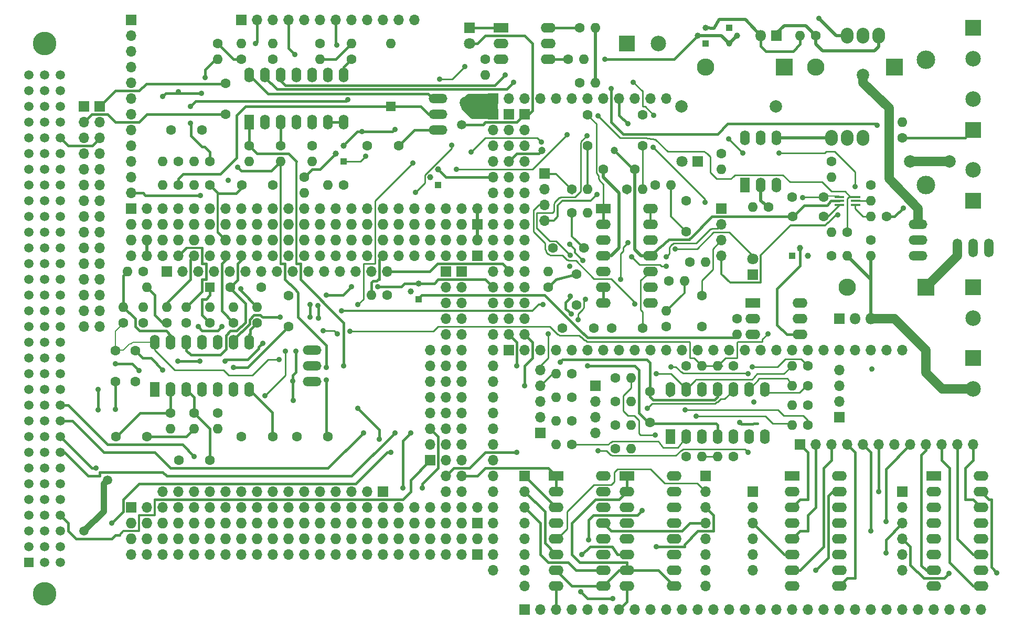
<source format=gtl>
G04 #@! TF.FileFunction,Copper,L1,Top,Signal*
%FSLAX46Y46*%
G04 Gerber Fmt 4.6, Leading zero omitted, Abs format (unit mm)*
G04 Created by KiCad (PCBNEW 4.0.6-e0-6349~53~ubuntu14.04.1) date Wed May 31 15:55:14 2017*
%MOMM*%
%LPD*%
G01*
G04 APERTURE LIST*
%ADD10C,0.100000*%
%ADD11C,1.600000*%
%ADD12O,1.600000X1.600000*%
%ADD13R,2.400000X1.600000*%
%ADD14O,2.400000X1.600000*%
%ADD15R,1.600000X2.400000*%
%ADD16O,1.600000X2.400000*%
%ADD17R,1.700000X1.700000*%
%ADD18O,1.700000X1.700000*%
%ADD19C,3.810000*%
%ADD20C,1.520000*%
%ADD21R,1.520000X1.520000*%
%ADD22R,1.727200X1.727200*%
%ADD23O,1.727200X1.727200*%
%ADD24R,2.800000X2.800000*%
%ADD25O,2.800000X2.800000*%
%ADD26C,1.000000*%
%ADD27R,1.000000X1.000000*%
%ADD28O,2.032000X2.540000*%
%ADD29R,1.800000X1.800000*%
%ADD30O,1.800000X1.800000*%
%ADD31R,1.500000X0.400000*%
%ADD32C,3.000000*%
%ADD33O,3.000000X3.000000*%
%ADD34R,2.500000X2.500000*%
%ADD35C,2.500000*%
%ADD36O,3.010000X1.510000*%
%ADD37O,1.510000X3.010000*%
%ADD38C,1.998980*%
%ADD39R,1.600000X1.600000*%
%ADD40C,1.800000*%
%ADD41C,0.900000*%
%ADD42C,1.500000*%
%ADD43C,1.200000*%
%ADD44C,2.000000*%
%ADD45C,0.400000*%
%ADD46C,0.254000*%
%ADD47C,0.200000*%
%ADD48C,1.000000*%
%ADD49C,0.500000*%
%ADD50C,0.300000*%
%ADD51C,1.500000*%
%ADD52C,0.250000*%
G04 APERTURE END LIST*
D10*
D11*
X125095000Y-101600000D03*
D12*
X127635000Y-101600000D03*
D11*
X119253000Y-110744000D03*
X119253000Y-105744000D03*
X105156000Y-95504000D03*
X110156000Y-95504000D03*
D13*
X111760000Y-76200000D03*
D14*
X119380000Y-91440000D03*
X111760000Y-78740000D03*
X119380000Y-88900000D03*
X111760000Y-81280000D03*
X119380000Y-86360000D03*
X111760000Y-83820000D03*
X119380000Y-83820000D03*
X111760000Y-86360000D03*
X119380000Y-81280000D03*
X111760000Y-88900000D03*
X119380000Y-78740000D03*
X111760000Y-91440000D03*
X119380000Y-76200000D03*
D11*
X109220000Y-66040000D03*
X109220000Y-61040000D03*
X120142000Y-72390000D03*
D12*
X122682000Y-72390000D03*
D15*
X54610000Y-62230000D03*
D16*
X69850000Y-54610000D03*
X57150000Y-62230000D03*
X67310000Y-54610000D03*
X59690000Y-62230000D03*
X64770000Y-54610000D03*
X62230000Y-62230000D03*
X62230000Y-54610000D03*
X64770000Y-62230000D03*
X59690000Y-54610000D03*
X67310000Y-62230000D03*
X57150000Y-54610000D03*
X69850000Y-62230000D03*
X54610000Y-54610000D03*
D17*
X76200000Y-121920000D03*
D18*
X73660000Y-121920000D03*
X71120000Y-121920000D03*
X68580000Y-121920000D03*
X66040000Y-121920000D03*
X63500000Y-121920000D03*
X60960000Y-121920000D03*
X58420000Y-121920000D03*
X55880000Y-121920000D03*
X53340000Y-121920000D03*
X50800000Y-121920000D03*
X48260000Y-121920000D03*
X45720000Y-121920000D03*
X43180000Y-121920000D03*
X40640000Y-121920000D03*
D17*
X96520000Y-99060000D03*
D18*
X99060000Y-99060000D03*
X101600000Y-99060000D03*
X104140000Y-99060000D03*
X106680000Y-99060000D03*
X109220000Y-99060000D03*
X111760000Y-99060000D03*
X114300000Y-99060000D03*
X116840000Y-99060000D03*
X119380000Y-99060000D03*
X121920000Y-99060000D03*
X124460000Y-99060000D03*
X127000000Y-99060000D03*
X129540000Y-99060000D03*
X132080000Y-99060000D03*
X134620000Y-99060000D03*
X137160000Y-99060000D03*
X139700000Y-99060000D03*
X142240000Y-99060000D03*
X144780000Y-99060000D03*
X147320000Y-99060000D03*
X149860000Y-99060000D03*
X152400000Y-99060000D03*
X154940000Y-99060000D03*
X157480000Y-99060000D03*
X160020000Y-99060000D03*
D17*
X83820000Y-116840000D03*
D18*
X83820000Y-114300000D03*
X83820000Y-111760000D03*
X83820000Y-109220000D03*
X83820000Y-106680000D03*
X83820000Y-104140000D03*
X83820000Y-101600000D03*
X83820000Y-99060000D03*
D19*
X21590000Y-138430000D03*
X21590000Y-49530000D03*
D20*
X19050000Y-128270000D03*
X19050000Y-125730000D03*
X19050000Y-123190000D03*
X19050000Y-120650000D03*
X19050000Y-118110000D03*
X19050000Y-115570000D03*
X19050000Y-113030000D03*
X19050000Y-110490000D03*
X19050000Y-107950000D03*
X19050000Y-105410000D03*
X19050000Y-102870000D03*
X19050000Y-100330000D03*
X19050000Y-97790000D03*
X19050000Y-95250000D03*
X19050000Y-92710000D03*
X19050000Y-90170000D03*
X19050000Y-87630000D03*
X19050000Y-85090000D03*
X19050000Y-82550000D03*
X19050000Y-80010000D03*
X19050000Y-77470000D03*
X19050000Y-74930000D03*
X19050000Y-72390000D03*
X19050000Y-69850000D03*
X19050000Y-67310000D03*
X19050000Y-64770000D03*
X19050000Y-62230000D03*
X19050000Y-59690000D03*
X19050000Y-57150000D03*
X19050000Y-54610000D03*
X19050000Y-130810000D03*
D21*
X19050000Y-133350000D03*
D20*
X21590000Y-133350000D03*
X21590000Y-130810000D03*
X21590000Y-128270000D03*
X21590000Y-125730000D03*
X21590000Y-123190000D03*
X21590000Y-120650000D03*
X21590000Y-118110000D03*
X21590000Y-115570000D03*
X21590000Y-113030000D03*
X21590000Y-110490000D03*
X21590000Y-107950000D03*
X21590000Y-105410000D03*
X21590000Y-102870000D03*
X21590000Y-100330000D03*
X21590000Y-97790000D03*
X21590000Y-95250000D03*
X21590000Y-92710000D03*
X21590000Y-90170000D03*
X21590000Y-87630000D03*
X21590000Y-85090000D03*
X21590000Y-82550000D03*
X21590000Y-80010000D03*
X21590000Y-77470000D03*
X21590000Y-74930000D03*
X21590000Y-72390000D03*
X21590000Y-69850000D03*
X21590000Y-67310000D03*
X21590000Y-64770000D03*
X21590000Y-62230000D03*
X21590000Y-59690000D03*
X21590000Y-57150000D03*
X21590000Y-54610000D03*
X24130000Y-133350000D03*
X24130000Y-130810000D03*
X24130000Y-128270000D03*
X24130000Y-125730000D03*
X24130000Y-123190000D03*
X24130000Y-120650000D03*
X24130000Y-118110000D03*
X24130000Y-115570000D03*
X24130000Y-113030000D03*
X24130000Y-110490000D03*
X24130000Y-107950000D03*
X24130000Y-105410000D03*
X24130000Y-102870000D03*
X24130000Y-100330000D03*
X24130000Y-97790000D03*
X24130000Y-95250000D03*
X24130000Y-92710000D03*
X24130000Y-90170000D03*
X24130000Y-87630000D03*
X24130000Y-85090000D03*
X24130000Y-82550000D03*
X24130000Y-80010000D03*
X24130000Y-77470000D03*
X24130000Y-74930000D03*
X24130000Y-72390000D03*
X24130000Y-69850000D03*
X24130000Y-67310000D03*
X24130000Y-64770000D03*
X24130000Y-62230000D03*
X24130000Y-59690000D03*
X24130000Y-57150000D03*
X24130000Y-54610000D03*
D22*
X91440000Y-127000000D03*
D23*
X91440000Y-129540000D03*
X88900000Y-127000000D03*
X88900000Y-129540000D03*
X86360000Y-127000000D03*
X86360000Y-129540000D03*
X83820000Y-127000000D03*
X83820000Y-129540000D03*
X81280000Y-127000000D03*
X81280000Y-129540000D03*
X78740000Y-127000000D03*
X78740000Y-129540000D03*
X76200000Y-127000000D03*
X76200000Y-129540000D03*
X73660000Y-127000000D03*
X73660000Y-129540000D03*
X71120000Y-127000000D03*
X71120000Y-129540000D03*
X68580000Y-127000000D03*
X68580000Y-129540000D03*
X66040000Y-127000000D03*
X66040000Y-129540000D03*
X63500000Y-127000000D03*
X63500000Y-129540000D03*
X60960000Y-127000000D03*
X60960000Y-129540000D03*
X58420000Y-127000000D03*
X58420000Y-129540000D03*
X55880000Y-127000000D03*
X55880000Y-129540000D03*
X53340000Y-127000000D03*
X53340000Y-129540000D03*
X50800000Y-127000000D03*
X50800000Y-129540000D03*
X48260000Y-127000000D03*
X48260000Y-129540000D03*
X45720000Y-127000000D03*
X45720000Y-129540000D03*
X43180000Y-127000000D03*
X43180000Y-129540000D03*
X40640000Y-127000000D03*
X40640000Y-129540000D03*
X38100000Y-127000000D03*
X38100000Y-129540000D03*
X35560000Y-127000000D03*
X35560000Y-129540000D03*
D22*
X91440000Y-78740000D03*
D23*
X91440000Y-81280000D03*
X88900000Y-78740000D03*
X88900000Y-81280000D03*
X86360000Y-78740000D03*
X86360000Y-81280000D03*
X83820000Y-78740000D03*
X83820000Y-81280000D03*
X81280000Y-78740000D03*
X81280000Y-81280000D03*
X78740000Y-78740000D03*
X78740000Y-81280000D03*
X76200000Y-78740000D03*
X76200000Y-81280000D03*
X73660000Y-78740000D03*
X73660000Y-81280000D03*
X71120000Y-78740000D03*
X71120000Y-81280000D03*
X68580000Y-78740000D03*
X68580000Y-81280000D03*
X66040000Y-78740000D03*
X66040000Y-81280000D03*
X63500000Y-78740000D03*
X63500000Y-81280000D03*
X60960000Y-78740000D03*
X60960000Y-81280000D03*
X58420000Y-78740000D03*
X58420000Y-81280000D03*
X55880000Y-78740000D03*
X55880000Y-81280000D03*
X53340000Y-78740000D03*
X53340000Y-81280000D03*
X50800000Y-78740000D03*
X50800000Y-81280000D03*
X48260000Y-78740000D03*
X48260000Y-81280000D03*
X45720000Y-78740000D03*
X45720000Y-81280000D03*
X43180000Y-78740000D03*
X43180000Y-81280000D03*
X40640000Y-78740000D03*
X40640000Y-81280000D03*
X38100000Y-78740000D03*
X38100000Y-81280000D03*
X35560000Y-78740000D03*
X35560000Y-81280000D03*
D24*
X158750000Y-53340000D03*
D25*
X146050000Y-53340000D03*
D24*
X140970000Y-53340000D03*
D25*
X128270000Y-53340000D03*
D24*
X163830000Y-88900000D03*
D25*
X151130000Y-88900000D03*
D26*
X133350000Y-48260000D03*
X132080000Y-49530000D03*
D27*
X132080000Y-46990000D03*
D26*
X127000000Y-48260000D03*
X128270000Y-46990000D03*
D27*
X128270000Y-49530000D03*
D28*
X151130000Y-64770000D03*
X153670000Y-64770000D03*
X148590000Y-64770000D03*
X153670000Y-48260000D03*
X156210000Y-48260000D03*
X151130000Y-48260000D03*
D26*
X143510000Y-82550000D03*
X144780000Y-83820000D03*
D27*
X142240000Y-83820000D03*
D29*
X149860000Y-93980000D03*
D30*
X152400000Y-93980000D03*
X154940000Y-93980000D03*
D26*
X83820000Y-71120000D03*
X85090000Y-69850000D03*
D27*
X85090000Y-72390000D03*
D26*
X68580000Y-67310000D03*
X69850000Y-66040000D03*
D27*
X69850000Y-68580000D03*
D26*
X80645000Y-89535000D03*
X81915000Y-88265000D03*
D27*
X81915000Y-90805000D03*
D31*
X149800000Y-74280000D03*
X149800000Y-74930000D03*
X149800000Y-75580000D03*
X152460000Y-75580000D03*
X152460000Y-74930000D03*
X152460000Y-74280000D03*
D32*
X163830000Y-72390000D03*
D33*
X163830000Y-52090000D03*
D29*
X139700000Y-48260000D03*
D30*
X137160000Y-48260000D03*
D34*
X171450000Y-88900000D03*
D35*
X171450000Y-93900000D03*
D34*
X171450000Y-63500000D03*
D35*
X171450000Y-58500000D03*
D34*
X171450000Y-74930000D03*
D35*
X171450000Y-69930000D03*
D36*
X162560000Y-78740000D03*
X162560000Y-81280000D03*
X162560000Y-83820000D03*
D37*
X173990000Y-82550000D03*
X171450000Y-82550000D03*
X168910000Y-82550000D03*
D38*
X139580620Y-59690000D03*
X124340620Y-59690000D03*
D11*
X67310000Y-113030000D03*
X62310000Y-113030000D03*
X58420000Y-72390000D03*
X53420000Y-72390000D03*
X73660000Y-66040000D03*
X78660000Y-66040000D03*
X46990000Y-63500000D03*
X41990000Y-63500000D03*
X38100000Y-113030000D03*
X33100000Y-113030000D03*
X48260000Y-116840000D03*
X43260000Y-116840000D03*
X53340000Y-113030000D03*
X58340000Y-113030000D03*
X60960000Y-95250000D03*
X60960000Y-90250000D03*
D34*
X171450000Y-46990000D03*
D35*
X171450000Y-51990000D03*
D34*
X171450000Y-100330000D03*
D35*
X171450000Y-105330000D03*
D11*
X56515000Y-88900000D03*
X51515000Y-88900000D03*
X147320000Y-77470000D03*
X142320000Y-77470000D03*
X36195000Y-104140000D03*
X36195000Y-99140000D03*
X50800000Y-60960000D03*
X50800000Y-55960000D03*
D36*
X85090000Y-63500000D03*
X85090000Y-60960000D03*
X85090000Y-58420000D03*
X64770000Y-104140000D03*
X64770000Y-101600000D03*
X64770000Y-99060000D03*
D17*
X35560000Y-76200000D03*
D18*
X38100000Y-76200000D03*
X40640000Y-76200000D03*
X43180000Y-76200000D03*
X45720000Y-76200000D03*
X48260000Y-76200000D03*
X50800000Y-76200000D03*
X53340000Y-76200000D03*
X55880000Y-76200000D03*
X58420000Y-76200000D03*
X60960000Y-76200000D03*
X63500000Y-76200000D03*
X66040000Y-76200000D03*
X68580000Y-76200000D03*
X71120000Y-76200000D03*
X73660000Y-76200000D03*
X76200000Y-76200000D03*
X78740000Y-76200000D03*
X81280000Y-76200000D03*
X83820000Y-76200000D03*
X86360000Y-76200000D03*
X88900000Y-76200000D03*
X91440000Y-76200000D03*
D17*
X91440000Y-83820000D03*
D18*
X88900000Y-83820000D03*
X86360000Y-83820000D03*
X83820000Y-83820000D03*
X81280000Y-83820000D03*
X78740000Y-83820000D03*
X76200000Y-83820000D03*
X73660000Y-83820000D03*
X71120000Y-83820000D03*
X68580000Y-83820000D03*
X66040000Y-83820000D03*
X63500000Y-83820000D03*
X60960000Y-83820000D03*
X58420000Y-83820000D03*
X55880000Y-83820000D03*
X53340000Y-83820000D03*
X50800000Y-83820000D03*
X48260000Y-83820000D03*
X45720000Y-83820000D03*
X43180000Y-83820000D03*
X40640000Y-83820000D03*
X38100000Y-83820000D03*
X35560000Y-83820000D03*
D17*
X35560000Y-124460000D03*
D18*
X38100000Y-124460000D03*
X40640000Y-124460000D03*
X43180000Y-124460000D03*
X45720000Y-124460000D03*
X48260000Y-124460000D03*
X50800000Y-124460000D03*
X53340000Y-124460000D03*
X55880000Y-124460000D03*
X58420000Y-124460000D03*
X60960000Y-124460000D03*
X63500000Y-124460000D03*
X66040000Y-124460000D03*
X68580000Y-124460000D03*
X71120000Y-124460000D03*
X73660000Y-124460000D03*
X76200000Y-124460000D03*
X78740000Y-124460000D03*
X81280000Y-124460000D03*
X83820000Y-124460000D03*
X86360000Y-124460000D03*
X88900000Y-124460000D03*
X91440000Y-124460000D03*
D17*
X91440000Y-132080000D03*
D18*
X88900000Y-132080000D03*
X86360000Y-132080000D03*
X83820000Y-132080000D03*
X81280000Y-132080000D03*
X78740000Y-132080000D03*
X76200000Y-132080000D03*
X73660000Y-132080000D03*
X71120000Y-132080000D03*
X68580000Y-132080000D03*
X66040000Y-132080000D03*
X63500000Y-132080000D03*
X60960000Y-132080000D03*
X58420000Y-132080000D03*
X55880000Y-132080000D03*
X53340000Y-132080000D03*
X50800000Y-132080000D03*
X48260000Y-132080000D03*
X45720000Y-132080000D03*
X43180000Y-132080000D03*
X40640000Y-132080000D03*
X38100000Y-132080000D03*
X35560000Y-132080000D03*
D11*
X33020000Y-104140000D03*
X33020000Y-99140000D03*
D39*
X77470000Y-59690000D03*
D12*
X77470000Y-49530000D03*
D39*
X48260000Y-88900000D03*
D12*
X38100000Y-88900000D03*
D11*
X157480000Y-77470000D03*
D12*
X154940000Y-77470000D03*
D11*
X154940000Y-72390000D03*
D12*
X154940000Y-74930000D03*
D11*
X58420000Y-52070000D03*
D12*
X58420000Y-49530000D03*
D11*
X107950000Y-55880000D03*
D12*
X110490000Y-55880000D03*
D11*
X160020000Y-64770000D03*
D12*
X160020000Y-62230000D03*
D11*
X53340000Y-52070000D03*
D12*
X53340000Y-49530000D03*
D11*
X154940000Y-81280000D03*
D12*
X154940000Y-83820000D03*
D11*
X106045000Y-52070000D03*
D12*
X108585000Y-52070000D03*
D11*
X146050000Y-48260000D03*
D12*
X143510000Y-48260000D03*
D11*
X148590000Y-68580000D03*
D12*
X148590000Y-71120000D03*
D11*
X69850000Y-72390000D03*
D12*
X67310000Y-72390000D03*
D11*
X92710000Y-52070000D03*
D12*
X92710000Y-54610000D03*
D11*
X107950000Y-46990000D03*
D12*
X110490000Y-46990000D03*
D11*
X63500000Y-71120000D03*
D12*
X63500000Y-73660000D03*
D11*
X138430000Y-75946000D03*
D12*
X135890000Y-75946000D03*
D11*
X130810000Y-67310000D03*
D12*
X130810000Y-69850000D03*
D11*
X76835000Y-90170000D03*
D12*
X74295000Y-90170000D03*
D11*
X133350000Y-93980000D03*
D12*
X133350000Y-96520000D03*
D11*
X148590000Y-83820000D03*
D12*
X151130000Y-83820000D03*
D11*
X37465000Y-86360000D03*
D12*
X34925000Y-86360000D03*
D11*
X34290000Y-94615000D03*
D12*
X34290000Y-92075000D03*
D11*
X49530000Y-49530000D03*
D12*
X49530000Y-52070000D03*
D11*
X59690000Y-66040000D03*
D12*
X59690000Y-68580000D03*
D11*
X54610000Y-66040000D03*
D12*
X54610000Y-68580000D03*
D11*
X64770000Y-66040000D03*
D12*
X64770000Y-68580000D03*
D11*
X43180000Y-72390000D03*
D12*
X40640000Y-72390000D03*
D11*
X43180000Y-68580000D03*
D12*
X40640000Y-68580000D03*
D11*
X66040000Y-49530000D03*
D12*
X66040000Y-52070000D03*
D11*
X71120000Y-52070000D03*
D12*
X71120000Y-49530000D03*
D11*
X48260000Y-68580000D03*
D12*
X45720000Y-68580000D03*
D11*
X48260000Y-72390000D03*
D12*
X45720000Y-72390000D03*
D11*
X151130000Y-80010000D03*
D12*
X148590000Y-80010000D03*
D11*
X45720000Y-109220000D03*
D12*
X45720000Y-111760000D03*
D11*
X41910000Y-109220000D03*
D12*
X41910000Y-111760000D03*
D11*
X49530000Y-109220000D03*
D12*
X49530000Y-111760000D03*
D11*
X48260000Y-94615000D03*
D12*
X48260000Y-92075000D03*
D11*
X44450000Y-94615000D03*
D12*
X44450000Y-92075000D03*
D11*
X52070000Y-94615000D03*
D12*
X52070000Y-92075000D03*
D11*
X55880000Y-94615000D03*
D12*
X55880000Y-92075000D03*
D11*
X37465000Y-94615000D03*
D12*
X37465000Y-92075000D03*
D11*
X41275000Y-94615000D03*
D12*
X41275000Y-92075000D03*
D11*
X142240000Y-74295000D03*
X147240000Y-74295000D03*
D34*
X115570000Y-49530000D03*
D35*
X120570000Y-49530000D03*
D29*
X90170000Y-46990000D03*
D40*
X90170000Y-49530000D03*
D29*
X127000000Y-68580000D03*
D40*
X124460000Y-68580000D03*
D29*
X135890000Y-86868000D03*
D40*
X135890000Y-84328000D03*
D17*
X135890000Y-121920000D03*
D18*
X135890000Y-124460000D03*
X135890000Y-127000000D03*
X135890000Y-129540000D03*
X135890000Y-132080000D03*
X135890000Y-134620000D03*
D13*
X142240000Y-119380000D03*
D14*
X149860000Y-137160000D03*
X142240000Y-121920000D03*
X149860000Y-134620000D03*
X142240000Y-124460000D03*
X149860000Y-132080000D03*
X142240000Y-127000000D03*
X149860000Y-129540000D03*
X142240000Y-129540000D03*
X149860000Y-127000000D03*
X142240000Y-132080000D03*
X149860000Y-124460000D03*
X142240000Y-134620000D03*
X149860000Y-121920000D03*
X142240000Y-137160000D03*
X149860000Y-119380000D03*
D13*
X165100000Y-119380000D03*
D14*
X172720000Y-137160000D03*
X165100000Y-121920000D03*
X172720000Y-134620000D03*
X165100000Y-124460000D03*
X172720000Y-132080000D03*
X165100000Y-127000000D03*
X172720000Y-129540000D03*
X165100000Y-129540000D03*
X172720000Y-127000000D03*
X165100000Y-132080000D03*
X172720000Y-124460000D03*
X165100000Y-134620000D03*
X172720000Y-121920000D03*
X165100000Y-137160000D03*
X172720000Y-119380000D03*
D17*
X99060000Y-119380000D03*
D18*
X99060000Y-121920000D03*
X99060000Y-124460000D03*
X99060000Y-127000000D03*
X99060000Y-129540000D03*
X99060000Y-132080000D03*
X99060000Y-134620000D03*
X99060000Y-137160000D03*
D17*
X160020000Y-121920000D03*
D18*
X160020000Y-124460000D03*
X160020000Y-127000000D03*
X160020000Y-129540000D03*
X160020000Y-132080000D03*
X160020000Y-134620000D03*
D17*
X86360000Y-86360000D03*
D18*
X86360000Y-88900000D03*
X86360000Y-91440000D03*
X86360000Y-93980000D03*
X86360000Y-96520000D03*
X86360000Y-99060000D03*
X86360000Y-101600000D03*
X86360000Y-104140000D03*
X86360000Y-106680000D03*
X86360000Y-109220000D03*
X86360000Y-111760000D03*
X86360000Y-114300000D03*
X86360000Y-116840000D03*
X86360000Y-119380000D03*
X86360000Y-121920000D03*
D17*
X88900000Y-86360000D03*
D18*
X88900000Y-88900000D03*
X88900000Y-91440000D03*
X88900000Y-93980000D03*
X88900000Y-96520000D03*
X88900000Y-99060000D03*
X88900000Y-101600000D03*
X88900000Y-104140000D03*
X88900000Y-106680000D03*
X88900000Y-109220000D03*
X88900000Y-111760000D03*
X88900000Y-114300000D03*
X88900000Y-116840000D03*
X88900000Y-119380000D03*
X88900000Y-121920000D03*
D17*
X93980000Y-60960000D03*
D18*
X93980000Y-63500000D03*
X93980000Y-66040000D03*
X93980000Y-68580000D03*
X93980000Y-71120000D03*
X93980000Y-73660000D03*
X93980000Y-76200000D03*
X93980000Y-78740000D03*
X93980000Y-81280000D03*
X93980000Y-83820000D03*
X93980000Y-86360000D03*
X93980000Y-88900000D03*
X93980000Y-91440000D03*
X93980000Y-93980000D03*
X93980000Y-96520000D03*
X93980000Y-99060000D03*
X93980000Y-101600000D03*
X93980000Y-104140000D03*
X93980000Y-106680000D03*
X93980000Y-109220000D03*
X93980000Y-111760000D03*
X93980000Y-114300000D03*
X93980000Y-116840000D03*
X93980000Y-119380000D03*
X93980000Y-121920000D03*
X93980000Y-124460000D03*
X93980000Y-127000000D03*
X93980000Y-129540000D03*
X93980000Y-132080000D03*
X93980000Y-134620000D03*
D17*
X93980000Y-58420000D03*
D18*
X96520000Y-58420000D03*
X99060000Y-58420000D03*
X101600000Y-58420000D03*
X104140000Y-58420000D03*
X106680000Y-58420000D03*
X109220000Y-58420000D03*
X111760000Y-58420000D03*
X114300000Y-58420000D03*
X116840000Y-58420000D03*
X119380000Y-58420000D03*
X121920000Y-58420000D03*
D17*
X35560000Y-45720000D03*
D18*
X35560000Y-48260000D03*
X35560000Y-50800000D03*
X35560000Y-53340000D03*
X35560000Y-55880000D03*
X35560000Y-58420000D03*
X35560000Y-60960000D03*
X35560000Y-63500000D03*
X35560000Y-66040000D03*
X35560000Y-68580000D03*
X35560000Y-71120000D03*
X35560000Y-73660000D03*
D17*
X53340000Y-45720000D03*
D18*
X55880000Y-45720000D03*
X58420000Y-45720000D03*
X60960000Y-45720000D03*
X63500000Y-45720000D03*
X66040000Y-45720000D03*
X68580000Y-45720000D03*
X71120000Y-45720000D03*
X73660000Y-45720000D03*
X76200000Y-45720000D03*
X78740000Y-45720000D03*
X81280000Y-45720000D03*
D17*
X99060000Y-140970000D03*
D18*
X101600000Y-140970000D03*
X104140000Y-140970000D03*
X106680000Y-140970000D03*
X109220000Y-140970000D03*
X111760000Y-140970000D03*
X114300000Y-140970000D03*
X116840000Y-140970000D03*
X119380000Y-140970000D03*
X121920000Y-140970000D03*
X124460000Y-140970000D03*
X127000000Y-140970000D03*
X129540000Y-140970000D03*
X132080000Y-140970000D03*
X134620000Y-140970000D03*
X137160000Y-140970000D03*
X139700000Y-140970000D03*
X142240000Y-140970000D03*
X144780000Y-140970000D03*
X147320000Y-140970000D03*
X149860000Y-140970000D03*
X152400000Y-140970000D03*
X154940000Y-140970000D03*
X157480000Y-140970000D03*
X160020000Y-140970000D03*
X162560000Y-140970000D03*
X165100000Y-140970000D03*
X167640000Y-140970000D03*
X170180000Y-140970000D03*
X172720000Y-140970000D03*
D17*
X27940000Y-59690000D03*
D18*
X27940000Y-62230000D03*
X27940000Y-64770000D03*
X27940000Y-67310000D03*
X27940000Y-69850000D03*
X27940000Y-72390000D03*
X27940000Y-74930000D03*
X27940000Y-77470000D03*
X27940000Y-80010000D03*
X27940000Y-82550000D03*
X27940000Y-85090000D03*
X27940000Y-87630000D03*
X27940000Y-90170000D03*
X27940000Y-92710000D03*
X27940000Y-95250000D03*
D17*
X99060000Y-60960000D03*
D18*
X99060000Y-63500000D03*
X99060000Y-66040000D03*
X99060000Y-68580000D03*
X99060000Y-71120000D03*
X99060000Y-73660000D03*
X99060000Y-76200000D03*
X99060000Y-78740000D03*
X99060000Y-81280000D03*
X99060000Y-83820000D03*
X99060000Y-86360000D03*
X99060000Y-88900000D03*
X99060000Y-91440000D03*
X99060000Y-93980000D03*
X99060000Y-96520000D03*
D17*
X41275000Y-86360000D03*
D18*
X43815000Y-86360000D03*
X46355000Y-86360000D03*
X48895000Y-86360000D03*
X51435000Y-86360000D03*
X53975000Y-86360000D03*
X56515000Y-86360000D03*
X59055000Y-86360000D03*
X61595000Y-86360000D03*
X64135000Y-86360000D03*
X66675000Y-86360000D03*
X69215000Y-86360000D03*
X71755000Y-86360000D03*
X74295000Y-86360000D03*
X76835000Y-86360000D03*
D17*
X96520000Y-60960000D03*
D18*
X96520000Y-63500000D03*
X96520000Y-66040000D03*
X96520000Y-68580000D03*
X96520000Y-71120000D03*
X96520000Y-73660000D03*
X96520000Y-76200000D03*
X96520000Y-78740000D03*
X96520000Y-81280000D03*
X96520000Y-83820000D03*
X96520000Y-86360000D03*
X96520000Y-88900000D03*
X96520000Y-91440000D03*
X96520000Y-93980000D03*
X96520000Y-96520000D03*
D17*
X30480000Y-59690000D03*
D18*
X30480000Y-62230000D03*
X30480000Y-64770000D03*
X30480000Y-67310000D03*
X30480000Y-69850000D03*
X30480000Y-72390000D03*
X30480000Y-74930000D03*
X30480000Y-77470000D03*
X30480000Y-80010000D03*
X30480000Y-82550000D03*
X30480000Y-85090000D03*
X30480000Y-87630000D03*
X30480000Y-90170000D03*
X30480000Y-92710000D03*
X30480000Y-95250000D03*
D17*
X128270000Y-119380000D03*
D18*
X128270000Y-121920000D03*
X128270000Y-124460000D03*
X128270000Y-127000000D03*
X128270000Y-129540000D03*
X128270000Y-132080000D03*
X128270000Y-134620000D03*
X128270000Y-137160000D03*
D17*
X143510000Y-114300000D03*
D18*
X146050000Y-114300000D03*
X148590000Y-114300000D03*
X151130000Y-114300000D03*
X153670000Y-114300000D03*
X156210000Y-114300000D03*
X158750000Y-114300000D03*
X161290000Y-114300000D03*
X163830000Y-114300000D03*
X166370000Y-114300000D03*
X168910000Y-114300000D03*
X171450000Y-114300000D03*
D13*
X104140000Y-119380000D03*
D14*
X111760000Y-137160000D03*
X104140000Y-121920000D03*
X111760000Y-134620000D03*
X104140000Y-124460000D03*
X111760000Y-132080000D03*
X104140000Y-127000000D03*
X111760000Y-129540000D03*
X104140000Y-129540000D03*
X111760000Y-127000000D03*
X104140000Y-132080000D03*
X111760000Y-124460000D03*
X104140000Y-134620000D03*
X111760000Y-121920000D03*
X104140000Y-137160000D03*
X111760000Y-119380000D03*
D13*
X115570000Y-119380000D03*
D14*
X123190000Y-137160000D03*
X115570000Y-121920000D03*
X123190000Y-134620000D03*
X115570000Y-124460000D03*
X123190000Y-132080000D03*
X115570000Y-127000000D03*
X123190000Y-129540000D03*
X115570000Y-129540000D03*
X123190000Y-127000000D03*
X115570000Y-132080000D03*
X123190000Y-124460000D03*
X115570000Y-134620000D03*
X123190000Y-121920000D03*
X115570000Y-137160000D03*
X123190000Y-119380000D03*
D13*
X95250000Y-46990000D03*
D14*
X102870000Y-52070000D03*
X95250000Y-49530000D03*
X102870000Y-49530000D03*
X95250000Y-52070000D03*
X102870000Y-46990000D03*
D15*
X134620000Y-72390000D03*
D16*
X139700000Y-64770000D03*
X137160000Y-72390000D03*
X137160000Y-64770000D03*
X139700000Y-72390000D03*
X134620000Y-64770000D03*
D13*
X135890000Y-91440000D03*
D14*
X143510000Y-96520000D03*
X135890000Y-93980000D03*
X143510000Y-93980000D03*
X135890000Y-96520000D03*
X143510000Y-91440000D03*
D15*
X39370000Y-105410000D03*
D16*
X54610000Y-97790000D03*
X41910000Y-105410000D03*
X52070000Y-97790000D03*
X44450000Y-105410000D03*
X49530000Y-97790000D03*
X46990000Y-105410000D03*
X46990000Y-97790000D03*
X49530000Y-105410000D03*
X44450000Y-97790000D03*
X52070000Y-105410000D03*
X41910000Y-97790000D03*
X54610000Y-105410000D03*
X39370000Y-97790000D03*
D11*
X108585000Y-82550000D03*
X103585000Y-82550000D03*
X118110000Y-66040000D03*
X118110000Y-61040000D03*
X107442000Y-86741000D03*
X107442000Y-91741000D03*
D17*
X102235000Y-70485000D03*
D18*
X102235000Y-73025000D03*
X102235000Y-75565000D03*
X102235000Y-78105000D03*
D17*
X130810000Y-76200000D03*
D18*
X130810000Y-78740000D03*
X130810000Y-81280000D03*
X130810000Y-83820000D03*
D11*
X106680000Y-73025000D03*
D12*
X109220000Y-73025000D03*
D11*
X106680000Y-76835000D03*
D12*
X109220000Y-76835000D03*
D11*
X115570000Y-73025000D03*
D12*
X118110000Y-73025000D03*
D11*
X102870000Y-88900000D03*
D12*
X102870000Y-86360000D03*
D11*
X127635000Y-95250000D03*
X127635000Y-90250000D03*
X118110000Y-95504000D03*
X113110000Y-95504000D03*
X121920000Y-95250000D03*
D12*
X121920000Y-92710000D03*
D11*
X122301000Y-87884000D03*
D12*
X124841000Y-87884000D03*
D11*
X125095000Y-79883000D03*
X125095000Y-74883000D03*
X125730000Y-84836000D03*
D12*
X128270000Y-84836000D03*
D17*
X110490000Y-104775000D03*
D18*
X110490000Y-107315000D03*
X110490000Y-109855000D03*
X110490000Y-112395000D03*
D17*
X149860000Y-109855000D03*
D18*
X149860000Y-107315000D03*
X149860000Y-104775000D03*
X149860000Y-102235000D03*
D11*
X125095000Y-116205000D03*
D12*
X127635000Y-116205000D03*
D11*
X106680000Y-114300000D03*
D12*
X104140000Y-114300000D03*
D11*
X113665000Y-103505000D03*
D12*
X116205000Y-103505000D03*
D11*
X144780000Y-111125000D03*
D12*
X142240000Y-111125000D03*
D15*
X122555000Y-113030000D03*
D16*
X137795000Y-105410000D03*
X125095000Y-113030000D03*
X135255000Y-105410000D03*
X127635000Y-113030000D03*
X132715000Y-105410000D03*
X130175000Y-113030000D03*
X130175000Y-105410000D03*
X132715000Y-113030000D03*
X127635000Y-105410000D03*
X135255000Y-113030000D03*
X125095000Y-105410000D03*
X137795000Y-113030000D03*
X122555000Y-105410000D03*
D11*
X111760000Y-69850000D03*
X116760000Y-69850000D03*
X132715000Y-116205000D03*
D12*
X130175000Y-116205000D03*
D11*
X106680000Y-110490000D03*
D12*
X104140000Y-110490000D03*
D11*
X113665000Y-107315000D03*
D12*
X116205000Y-107315000D03*
D11*
X144780000Y-107950000D03*
D12*
X142240000Y-107950000D03*
D11*
X132715000Y-101600000D03*
D12*
X130175000Y-101600000D03*
D11*
X106680000Y-106680000D03*
D12*
X104140000Y-106680000D03*
D11*
X113665000Y-111125000D03*
D12*
X116205000Y-111125000D03*
D11*
X144780000Y-104775000D03*
D12*
X142240000Y-104775000D03*
D11*
X106680000Y-102870000D03*
D12*
X104140000Y-102870000D03*
D11*
X113665000Y-114935000D03*
D12*
X116205000Y-114935000D03*
D11*
X144780000Y-101600000D03*
D12*
X142240000Y-101600000D03*
D17*
X101600000Y-112395000D03*
D18*
X101600000Y-109855000D03*
X101600000Y-107315000D03*
X101600000Y-104775000D03*
X101600000Y-102235000D03*
D41*
X97790000Y-115570000D03*
D42*
X31750000Y-120015000D03*
X27940000Y-128270000D03*
D41*
X123317000Y-82677000D03*
X99060000Y-104775000D03*
X109220000Y-101600000D03*
D42*
X88900000Y-62585600D03*
D41*
X104775000Y-100965000D03*
X97790000Y-101600000D03*
D43*
X113538000Y-66802000D03*
X101854000Y-66802000D03*
D41*
X40640000Y-102235000D03*
X146558000Y-45466000D03*
D43*
X152400000Y-93980000D03*
D41*
X160147000Y-76073000D03*
X47498000Y-54991000D03*
X52705000Y-69469000D03*
X67056000Y-103886000D03*
X67056000Y-101854000D03*
X72136000Y-91694000D03*
X81026000Y-68834000D03*
X88011000Y-69850000D03*
X105918000Y-64262000D03*
X110871000Y-61214000D03*
X152400000Y-72644000D03*
X140081000Y-67183000D03*
X134239000Y-67183000D03*
X131953000Y-64897000D03*
X119888000Y-61087000D03*
X116586000Y-55753000D03*
X89408000Y-53213000D03*
X85344000Y-55245000D03*
X87249000Y-65913000D03*
X81407000Y-73533000D03*
X68834000Y-96393000D03*
X66548000Y-95885000D03*
X60452000Y-99187000D03*
X57150000Y-106426000D03*
X52070000Y-101854000D03*
X69850000Y-101600000D03*
X102870000Y-96393000D03*
X69469000Y-92710000D03*
X101981000Y-91694000D03*
X33020000Y-108585000D03*
X106299000Y-85471000D03*
X106553000Y-93218000D03*
X106426000Y-90297000D03*
X106299000Y-81915000D03*
X108458000Y-84582000D03*
X68707000Y-49784000D03*
X61976000Y-51308000D03*
X55626000Y-49530000D03*
X72771000Y-63754000D03*
X78105000Y-63373000D03*
X43180000Y-57277000D03*
X61595000Y-104013000D03*
X62103000Y-99187000D03*
X61722000Y-107188000D03*
X155067000Y-102108000D03*
X133731000Y-110744000D03*
X136017000Y-107442000D03*
X51181000Y-71628000D03*
X46736000Y-74041000D03*
X46863000Y-57531000D03*
X40640000Y-58039000D03*
X75565000Y-113411000D03*
X72136000Y-108458000D03*
X36830000Y-102362000D03*
X33020000Y-101219000D03*
X30226000Y-108712000D03*
X30226000Y-105410000D03*
X43053000Y-100838000D03*
X46609000Y-100838000D03*
X50673000Y-100838000D03*
X56769000Y-97917000D03*
X75311000Y-88773000D03*
X71120000Y-88773000D03*
X67056000Y-90170000D03*
X65659000Y-91821000D03*
X65786000Y-93853000D03*
X115697000Y-62484000D03*
D44*
X89535000Y-59055000D03*
X153670000Y-54610000D03*
X161290000Y-68580000D03*
X167640000Y-68580000D03*
D41*
X112014000Y-52070000D03*
X73406000Y-67691000D03*
X90424000Y-67056000D03*
X101727000Y-65405000D03*
X119761000Y-66294000D03*
X128143000Y-75184000D03*
X155879800Y-62712600D03*
X113030000Y-56769000D03*
X95885000Y-54610000D03*
X97282000Y-55753000D03*
X70485000Y-58547000D03*
X45085000Y-62357000D03*
X45085000Y-59690000D03*
X50165000Y-95250000D03*
X46355000Y-95250000D03*
X64389000Y-91694000D03*
X64389000Y-93726000D03*
X59563000Y-93726000D03*
X53213000Y-89154000D03*
X32385000Y-127000000D03*
X77470000Y-115570000D03*
X82550000Y-121285000D03*
X80645000Y-112395000D03*
X79375000Y-121285000D03*
X78105000Y-112395000D03*
X29845000Y-118110000D03*
X73025000Y-112395000D03*
X45720000Y-116205000D03*
X146050000Y-134620000D03*
X157353000Y-131826000D03*
X167513000Y-135128000D03*
X175260000Y-135001000D03*
X108280200Y-132080000D03*
X108077000Y-138023600D03*
X113284000Y-139192000D03*
X117983000Y-124968000D03*
X109321600Y-129692400D03*
X120269000Y-130810000D03*
X154940000Y-128270000D03*
X156210000Y-121920000D03*
X157353000Y-126746000D03*
X121920000Y-85471000D03*
X116332000Y-83947000D03*
X106426000Y-83693000D03*
X109093000Y-64389000D03*
X121920000Y-83947000D03*
X116840000Y-91567000D03*
X149606000Y-77216000D03*
X115697000Y-81661000D03*
X114554000Y-87630000D03*
X108839000Y-90805000D03*
X107696000Y-94107000D03*
X110744000Y-73914000D03*
X70866000Y-96012000D03*
X59436000Y-100584000D03*
X138303000Y-96393000D03*
X143891000Y-74422000D03*
X124968000Y-108712000D03*
X120142000Y-112776000D03*
X126746000Y-109728000D03*
X135763000Y-101727000D03*
X110871000Y-115316000D03*
X135128000Y-115570000D03*
X118872000Y-108458000D03*
X135128000Y-102870000D03*
X122682000Y-101727000D03*
X120269000Y-102870000D03*
D45*
X115570000Y-121920000D02*
X114300000Y-123190000D01*
X114300000Y-123190000D02*
X110490000Y-123190000D01*
X110490000Y-123190000D02*
X106680000Y-127000000D01*
X106680000Y-127000000D02*
X106680000Y-132080000D01*
X106680000Y-132080000D02*
X107950000Y-133350000D01*
X107950000Y-133350000D02*
X115570000Y-133350000D01*
X115570000Y-133350000D02*
X115570000Y-134620000D01*
X115570000Y-134620000D02*
X120650000Y-134620000D01*
X120650000Y-134620000D02*
X123190000Y-137160000D01*
X115570000Y-121920000D02*
X115570000Y-119380000D01*
X111760000Y-137160000D02*
X106680000Y-137160000D01*
X106680000Y-137160000D02*
X104140000Y-134620000D01*
X88900000Y-119380000D02*
X91440000Y-119380000D01*
X91440000Y-119380000D02*
X92710000Y-118110000D01*
X92710000Y-118110000D02*
X102870000Y-118110000D01*
X102870000Y-118110000D02*
X104140000Y-119380000D01*
X115570000Y-134620000D02*
X114300000Y-134620000D01*
X114300000Y-134620000D02*
X111760000Y-137160000D01*
X104140000Y-119380000D02*
X104140000Y-121920000D01*
X123190000Y-121920000D02*
X123444000Y-121666000D01*
X142240000Y-119380000D02*
X142494000Y-119126000D01*
D46*
X123190000Y-121920000D02*
X123444000Y-121666000D01*
X142240000Y-119380000D02*
X142494000Y-119126000D01*
D47*
X123190000Y-121920000D02*
X123444000Y-121666000D01*
X142240000Y-119380000D02*
X142494000Y-119126000D01*
D45*
X97790000Y-115570000D02*
X92710000Y-115570000D01*
X92710000Y-115570000D02*
X90170000Y-118110000D01*
X90170000Y-118110000D02*
X87630000Y-118110000D01*
X87630000Y-118110000D02*
X86360000Y-119380000D01*
D48*
X31115000Y-120650000D02*
X31750000Y-120015000D01*
X31115000Y-125095000D02*
X31115000Y-120650000D01*
X27940000Y-128270000D02*
X31115000Y-125095000D01*
D45*
X51515000Y-88900000D02*
X51515000Y-89030800D01*
X51515000Y-89030800D02*
X53975000Y-91490800D01*
X44450000Y-99085400D02*
X44450000Y-97790000D01*
X45161200Y-99796600D02*
X44450000Y-99085400D01*
X49885600Y-99796600D02*
X45161200Y-99796600D01*
X50825400Y-98856800D02*
X49885600Y-99796600D01*
X50825400Y-96621600D02*
X50825400Y-98856800D01*
X51511200Y-95935800D02*
X50825400Y-96621600D01*
X52578000Y-95935800D02*
X51511200Y-95935800D01*
X53975000Y-94538800D02*
X52578000Y-95935800D01*
X53975000Y-91490800D02*
X53975000Y-94538800D01*
X51515000Y-88900000D02*
X51562000Y-88900000D01*
X44450000Y-97917000D02*
X44450000Y-97790000D01*
X51515000Y-88900000D02*
X51562000Y-88900000D01*
X44450000Y-97917000D02*
X44450000Y-97790000D01*
X51515000Y-88900000D02*
X51562000Y-88900000D01*
X44450000Y-97917000D02*
X44450000Y-97790000D01*
X51515000Y-88900000D02*
X51562000Y-88900000D01*
X44450000Y-97917000D02*
X44450000Y-97790000D01*
X51515000Y-88900000D02*
X51435000Y-88900000D01*
X53340000Y-83820000D02*
X53340000Y-84455000D01*
X53340000Y-84455000D02*
X52705000Y-85090000D01*
X52705000Y-87710000D02*
X51515000Y-88900000D01*
X52705000Y-85090000D02*
X52705000Y-87710000D01*
D46*
X51562000Y-88773000D02*
X51562000Y-88900000D01*
X51562000Y-88900000D02*
X51515000Y-88900000D01*
X132080000Y-80010000D02*
X135890000Y-83820000D01*
X129540000Y-80010000D02*
X132080000Y-80010000D01*
X126873000Y-82677000D02*
X129540000Y-80010000D01*
X123317000Y-82677000D02*
X126873000Y-82677000D01*
D45*
X119380000Y-110871000D02*
X129921000Y-110871000D01*
X130175000Y-111125000D02*
X130175000Y-113030000D01*
X129921000Y-110871000D02*
X130175000Y-111125000D01*
X119380000Y-110871000D02*
X118999000Y-110744000D01*
X118999000Y-110744000D02*
X117475000Y-109220000D01*
X100330000Y-97790000D02*
X99060000Y-96520000D01*
X100330000Y-100330000D02*
X100330000Y-97790000D01*
X99060000Y-101600000D02*
X100330000Y-100330000D01*
X99060000Y-104775000D02*
X99060000Y-101600000D01*
X116840000Y-101600000D02*
X109220000Y-101600000D01*
X117475000Y-102235000D02*
X116840000Y-101600000D01*
X117475000Y-109220000D02*
X117475000Y-102235000D01*
D46*
X135890000Y-83820000D02*
X135890000Y-84328000D01*
D45*
X119380000Y-110871000D02*
X119126000Y-110363000D01*
D49*
X111760000Y-69850000D02*
X111760000Y-71120000D01*
D46*
X113030000Y-83820000D02*
X111760000Y-83820000D01*
D49*
X114300000Y-82550000D02*
X113030000Y-83820000D01*
X114300000Y-73660000D02*
X114300000Y-82550000D01*
X111760000Y-71120000D02*
X114300000Y-73660000D01*
D45*
X111760000Y-83820000D02*
X111887000Y-83820000D01*
X97790000Y-62230000D02*
X99060000Y-60960000D01*
X92710000Y-62230000D02*
X97790000Y-62230000D01*
X92329000Y-62611000D02*
X92710000Y-62230000D01*
X88900000Y-62585600D02*
X92329000Y-62611000D01*
X99060000Y-60960000D02*
X99695000Y-60960000D01*
X99695000Y-60960000D02*
X100330000Y-60325000D01*
X91440000Y-49530000D02*
X90170000Y-49530000D01*
X92710000Y-48260000D02*
X91440000Y-49530000D01*
X99060000Y-48260000D02*
X92710000Y-48260000D01*
X100330000Y-49530000D02*
X99060000Y-48260000D01*
X100330000Y-60325000D02*
X100330000Y-49530000D01*
X27940000Y-62230000D02*
X29210000Y-60960000D01*
X29210000Y-60960000D02*
X31750000Y-60960000D01*
X31750000Y-60960000D02*
X33020000Y-62230000D01*
X33020000Y-62230000D02*
X36830000Y-62230000D01*
X36830000Y-62230000D02*
X38100000Y-60960000D01*
X38100000Y-60960000D02*
X50800000Y-60960000D01*
D46*
X147320000Y-77470000D02*
X147955000Y-77470000D01*
X147955000Y-77470000D02*
X149860000Y-75565000D01*
X149860000Y-75565000D02*
X149800000Y-75580000D01*
D45*
X119253000Y-105744000D02*
X119253000Y-106553000D01*
X129667000Y-107061000D02*
X130175000Y-106553000D01*
X119761000Y-107061000D02*
X129667000Y-107061000D01*
X119253000Y-106553000D02*
X119761000Y-107061000D01*
X130175000Y-106553000D02*
X130175000Y-105410000D01*
X119253000Y-101092000D02*
X118745000Y-100584000D01*
X118745000Y-100584000D02*
X105156000Y-100584000D01*
X105156000Y-100584000D02*
X104775000Y-100965000D01*
X119253000Y-105744000D02*
X119253000Y-101092000D01*
X97790000Y-97790000D02*
X96520000Y-96520000D01*
X97790000Y-99060000D02*
X97790000Y-97790000D01*
X97790000Y-101600000D02*
X97790000Y-99060000D01*
X96520000Y-96520000D02*
X96266000Y-96520000D01*
X119380000Y-83820000D02*
X120777000Y-82423000D01*
X120777000Y-82423000D02*
X120904000Y-82423000D01*
X120904000Y-82423000D02*
X122301000Y-81153000D01*
X122301000Y-81153000D02*
X125603000Y-81153000D01*
X125603000Y-81153000D02*
X125730000Y-81026000D01*
X125730000Y-81026000D02*
X125857000Y-80899000D01*
X125857000Y-80899000D02*
X129286000Y-77470000D01*
X129286000Y-77470000D02*
X142320000Y-77470000D01*
X96520000Y-68580000D02*
X97790000Y-67310000D01*
X113538000Y-66802000D02*
X116586000Y-69850000D01*
X101346000Y-67310000D02*
X101854000Y-66802000D01*
X97790000Y-67310000D02*
X101346000Y-67310000D01*
X116586000Y-69850000D02*
X116760000Y-69850000D01*
D49*
X116760000Y-69850000D02*
X116760000Y-71548000D01*
X117856000Y-83820000D02*
X119380000Y-83820000D01*
X116840000Y-82804000D02*
X117856000Y-83820000D01*
X116840000Y-71628000D02*
X116840000Y-82804000D01*
X116760000Y-71548000D02*
X116840000Y-71628000D01*
D45*
X142240000Y-77470000D02*
X142320000Y-77470000D01*
X96520000Y-83820000D02*
X96520000Y-84074000D01*
X95440500Y-85090000D02*
X84963000Y-85090000D01*
X96520000Y-86169500D02*
X95440500Y-85090000D01*
X83693000Y-86360000D02*
X76835000Y-86360000D01*
X84963000Y-85090000D02*
X83693000Y-86360000D01*
X96520000Y-86360000D02*
X96520000Y-86169500D01*
X37385000Y-100330000D02*
X36195000Y-99140000D01*
X38735000Y-100330000D02*
X37385000Y-100330000D01*
X40640000Y-102235000D02*
X38735000Y-100330000D01*
X30480000Y-59690000D02*
X33020000Y-57150000D01*
X33020000Y-57150000D02*
X36830000Y-57150000D01*
X36830000Y-57150000D02*
X37973000Y-56007000D01*
X37973000Y-56007000D02*
X50800000Y-56007000D01*
X50800000Y-56007000D02*
X50800000Y-55960000D01*
X142320000Y-77470000D02*
X142367000Y-77470000D01*
X142367000Y-77470000D02*
X144145000Y-75692000D01*
X144145000Y-75692000D02*
X147828000Y-75692000D01*
X147828000Y-75692000D02*
X147955000Y-75565000D01*
X147955000Y-75565000D02*
X148082000Y-75438000D01*
X148082000Y-75438000D02*
X148463000Y-74930000D01*
X148463000Y-74930000D02*
X149800000Y-74930000D01*
X30480000Y-64770000D02*
X30480000Y-64833500D01*
X30480000Y-64833500D02*
X29273500Y-66040000D01*
X25400000Y-66040000D02*
X24130000Y-64770000D01*
X29273500Y-66040000D02*
X25400000Y-66040000D01*
X137160000Y-48260000D02*
X137160000Y-49911000D01*
X143510000Y-49606200D02*
X143510000Y-48260000D01*
X142367000Y-50749200D02*
X143510000Y-49606200D01*
X137998200Y-50749200D02*
X142367000Y-50749200D01*
X137160000Y-49911000D02*
X137998200Y-50749200D01*
D49*
X137160000Y-48260000D02*
X134683500Y-45605700D01*
X134683500Y-45605700D02*
X130441700Y-45631100D01*
X130441700Y-45631100D02*
X129616200Y-47015400D01*
X129616200Y-47015400D02*
X128270000Y-46990000D01*
X146558000Y-45466000D02*
X149352000Y-48260000D01*
X149352000Y-48260000D02*
X151130000Y-48260000D01*
X137160000Y-48260000D02*
X137160000Y-48768000D01*
D47*
X171450000Y-63500000D02*
X170180000Y-64770000D01*
D45*
X170180000Y-64770000D02*
X160020000Y-64770000D01*
X160147000Y-76073000D02*
X158750000Y-77470000D01*
X158750000Y-77470000D02*
X157480000Y-77470000D01*
X74295000Y-88900000D02*
X74295000Y-88138000D01*
X74295000Y-90170000D02*
X74295000Y-88900000D01*
X75565000Y-84455000D02*
X75565000Y-87630000D01*
X75565000Y-84455000D02*
X76200000Y-83820000D01*
X75438000Y-87630000D02*
X75565000Y-87630000D01*
X75184000Y-87884000D02*
X75438000Y-87630000D01*
X74549000Y-87884000D02*
X75184000Y-87884000D01*
X74295000Y-88138000D02*
X74549000Y-87884000D01*
X49530000Y-52070000D02*
X49149000Y-52070000D01*
X49149000Y-52070000D02*
X47498000Y-53721000D01*
X47498000Y-53721000D02*
X47498000Y-54991000D01*
X52705000Y-69469000D02*
X53340000Y-70104000D01*
X53340000Y-70104000D02*
X58166000Y-70104000D01*
X58166000Y-70104000D02*
X59690000Y-68580000D01*
X67310000Y-113030000D02*
X67056000Y-112776000D01*
X67056000Y-112776000D02*
X67056000Y-103886000D01*
X67056000Y-101854000D02*
X67056000Y-101854000D01*
X67056000Y-101854000D02*
X67056000Y-98298000D01*
X67056000Y-98298000D02*
X62484000Y-93726000D01*
X62484000Y-93726000D02*
X62484000Y-89789000D01*
X62484000Y-89789000D02*
X62357000Y-89662000D01*
X62357000Y-89662000D02*
X61976000Y-89154000D01*
X61976000Y-89154000D02*
X60325000Y-87630000D01*
X60325000Y-87630000D02*
X60325000Y-85090000D01*
X60325000Y-85090000D02*
X59690000Y-85090000D01*
D50*
X59690000Y-85090000D02*
X59690000Y-68580000D01*
D45*
X59690000Y-62230000D02*
X59690000Y-66040000D01*
D46*
X142240000Y-71882000D02*
X147066000Y-71882000D01*
X140716000Y-70739000D02*
X141859000Y-71882000D01*
X141859000Y-71882000D02*
X142240000Y-71882000D01*
X134112000Y-70739000D02*
X140716000Y-70739000D01*
X151638000Y-74295000D02*
X151384000Y-74295000D01*
X150749000Y-73406000D02*
X151638000Y-74295000D01*
X148590000Y-73406000D02*
X150749000Y-73406000D01*
X147066000Y-71882000D02*
X148590000Y-73406000D01*
X132715000Y-70993000D02*
X132334000Y-71374000D01*
X122174000Y-66929000D02*
X128016000Y-66929000D01*
X120142000Y-65024000D02*
X122174000Y-66929000D01*
X119634000Y-64897000D02*
X120142000Y-65024000D01*
X132969000Y-70739000D02*
X132715000Y-70993000D01*
X132969000Y-70739000D02*
X134112000Y-70739000D01*
X128524000Y-67310000D02*
X128016000Y-66929000D01*
X129032000Y-67818000D02*
X128524000Y-67310000D01*
X129032000Y-70358000D02*
X129032000Y-67818000D01*
X130048000Y-71374000D02*
X129032000Y-70358000D01*
X132334000Y-71374000D02*
X130048000Y-71374000D01*
X72136000Y-91694000D02*
X73025000Y-90805000D01*
X73025000Y-90805000D02*
X73025000Y-85090000D01*
X73025000Y-85090000D02*
X74930000Y-85090000D01*
X74930000Y-85090000D02*
X74930000Y-74930000D01*
X74930000Y-74930000D02*
X81026000Y-68834000D01*
X88011000Y-69850000D02*
X100330000Y-69850000D01*
X100330000Y-69850000D02*
X105918000Y-64262000D01*
X110871000Y-61214000D02*
X114427000Y-64770000D01*
X114427000Y-64770000D02*
X118491000Y-64770000D01*
X118491000Y-64770000D02*
X119507000Y-64897000D01*
X119507000Y-64897000D02*
X119634000Y-64897000D01*
X119634000Y-64897000D02*
X119634000Y-64897000D01*
X133985000Y-70739000D02*
X134112000Y-70739000D01*
X152460000Y-74280000D02*
X152400000Y-74295000D01*
X152400000Y-74295000D02*
X151384000Y-74295000D01*
X151384000Y-74295000D02*
X151130000Y-74549000D01*
X151130000Y-74549000D02*
X151130000Y-80010000D01*
X152400000Y-71374000D02*
X152400000Y-70231000D01*
X152400000Y-71374000D02*
X152400000Y-72644000D01*
X140081000Y-67183000D02*
X141478000Y-67183000D01*
X131953000Y-64897000D02*
X134239000Y-67183000D01*
X118491000Y-59690000D02*
X119888000Y-61087000D01*
X118110000Y-59690000D02*
X118491000Y-59690000D01*
X118110000Y-57150000D02*
X118110000Y-59690000D01*
X117983000Y-57150000D02*
X118110000Y-57150000D01*
X116586000Y-55753000D02*
X117983000Y-57150000D01*
X87376000Y-55245000D02*
X89408000Y-53213000D01*
X85344000Y-55245000D02*
X87376000Y-55245000D01*
X87249000Y-66421000D02*
X87249000Y-65913000D01*
X82931000Y-70739000D02*
X87249000Y-66421000D01*
X82931000Y-72009000D02*
X82931000Y-70739000D01*
X81407000Y-73533000D02*
X82931000Y-72009000D01*
X68326000Y-95885000D02*
X68834000Y-96393000D01*
X66548000Y-95885000D02*
X68326000Y-95885000D01*
X60452000Y-103124000D02*
X60452000Y-99187000D01*
X57150000Y-106426000D02*
X60452000Y-103124000D01*
X147447000Y-67183000D02*
X141478000Y-67183000D01*
X147701000Y-66929000D02*
X147447000Y-67183000D01*
X149098000Y-66929000D02*
X147701000Y-66929000D01*
X152400000Y-70231000D02*
X149098000Y-66929000D01*
D45*
X45720000Y-111760000D02*
X44450000Y-113030000D01*
X44450000Y-113030000D02*
X38100000Y-113030000D01*
X38100000Y-113030000D02*
X38100000Y-113411000D01*
X67310000Y-62230000D02*
X69850000Y-62230000D01*
X78660000Y-66040000D02*
X78740000Y-66040000D01*
X78740000Y-66040000D02*
X81280000Y-63500000D01*
X81280000Y-63500000D02*
X85090000Y-63500000D01*
D47*
X78660000Y-66040000D02*
X78613000Y-66040000D01*
D45*
X45720000Y-109220000D02*
X48260000Y-111760000D01*
X48260000Y-111760000D02*
X48260000Y-116840000D01*
X44450000Y-105410000D02*
X45720000Y-106680000D01*
X45720000Y-106680000D02*
X45720000Y-109220000D01*
X60960000Y-95250000D02*
X54356000Y-101854000D01*
X54356000Y-101854000D02*
X52070000Y-101854000D01*
X54610000Y-105410000D02*
X58293000Y-109093000D01*
X58293000Y-109093000D02*
X58293000Y-113030000D01*
X58293000Y-113030000D02*
X58340000Y-113030000D01*
X41275000Y-92075000D02*
X41275000Y-91440000D01*
X41275000Y-91440000D02*
X45085000Y-87630000D01*
X45085000Y-87630000D02*
X45085000Y-84455000D01*
X45085000Y-84455000D02*
X45720000Y-83820000D01*
X43180000Y-83820000D02*
X44450000Y-82550000D01*
D50*
X44450000Y-82550000D02*
X46990000Y-82550000D01*
D45*
X46990000Y-82550000D02*
X46990000Y-85090000D01*
X46990000Y-85090000D02*
X47625000Y-85090000D01*
X47625000Y-85090000D02*
X47625000Y-87630000D01*
X47625000Y-87630000D02*
X46990000Y-87630000D01*
X46990000Y-87630000D02*
X46990000Y-89535000D01*
X46990000Y-89535000D02*
X44450000Y-92075000D01*
X54610000Y-66040000D02*
X55880000Y-67310000D01*
X55880000Y-67310000D02*
X60960000Y-67310000D01*
X60960000Y-67310000D02*
X62230000Y-68580000D01*
D50*
X62230000Y-68580000D02*
X62230000Y-85090000D01*
D45*
X62230000Y-85090000D02*
X62865000Y-85090000D01*
X62865000Y-85090000D02*
X62865000Y-87630000D01*
X62865000Y-87630000D02*
X69850000Y-94615000D01*
X69850000Y-94615000D02*
X69850000Y-101600000D01*
X62357000Y-113030000D02*
X62310000Y-113030000D01*
X54610000Y-62230000D02*
X54610000Y-66040000D01*
D46*
X62310000Y-113030000D02*
X62357000Y-113030000D01*
X62357000Y-113030000D02*
X61849000Y-112522000D01*
D45*
X41910000Y-109220000D02*
X41910000Y-105410000D01*
D47*
X33100000Y-113030000D02*
X33147000Y-113030000D01*
D45*
X33147000Y-113030000D02*
X36957000Y-109220000D01*
X36957000Y-109220000D02*
X41910000Y-109220000D01*
D49*
X139700000Y-48260000D02*
X139700000Y-47815500D01*
X139700000Y-47815500D02*
X140906500Y-46609000D01*
X144399000Y-46609000D02*
X146050000Y-48260000D01*
X140906500Y-46609000D02*
X144399000Y-46609000D01*
X146050000Y-48260000D02*
X146050000Y-49593500D01*
X156210000Y-49974500D02*
X156210000Y-48260000D01*
X155511500Y-50673000D02*
X156210000Y-49974500D01*
X147129500Y-50673000D02*
X155511500Y-50673000D01*
X146050000Y-49593500D02*
X147129500Y-50673000D01*
X156210000Y-48260000D02*
X156210000Y-49022000D01*
X146304000Y-48514000D02*
X146050000Y-48260000D01*
X146050000Y-48260000D02*
X146050000Y-48006000D01*
D46*
X110490000Y-55880000D02*
X109728000Y-55880000D01*
D49*
X110490000Y-55880000D02*
X110490000Y-46990000D01*
X110490000Y-47625000D02*
X110490000Y-46990000D01*
X139580620Y-59690000D02*
X139700000Y-59690000D01*
X148590000Y-64770000D02*
X139700000Y-64770000D01*
D45*
X143510000Y-82550000D02*
X143510000Y-85369400D01*
X141325600Y-96520000D02*
X143510000Y-96520000D01*
X139750800Y-94945200D02*
X141325600Y-96520000D01*
X139750800Y-89128600D02*
X139750800Y-94945200D01*
X143510000Y-85369400D02*
X139750800Y-89128600D01*
X143510000Y-82550000D02*
X143256000Y-82804000D01*
X143383000Y-96520000D02*
X143510000Y-96520000D01*
X102870000Y-52070000D02*
X106045000Y-52070000D01*
D46*
X102870000Y-96393000D02*
X102870000Y-100330000D01*
X102870000Y-100330000D02*
X101600000Y-101600000D01*
X101600000Y-101600000D02*
X101600000Y-102235000D01*
D50*
X69469000Y-92710000D02*
X100330000Y-92710000D01*
X100330000Y-92710000D02*
X101346000Y-91694000D01*
X101346000Y-91694000D02*
X101981000Y-91694000D01*
D45*
X33020000Y-108585000D02*
X33020000Y-104140000D01*
X50800000Y-83820000D02*
X50800000Y-84455000D01*
X50800000Y-84455000D02*
X50165000Y-85090000D01*
X50165000Y-92710000D02*
X52070000Y-94615000D01*
X50165000Y-85090000D02*
X50165000Y-92710000D01*
X41275000Y-94615000D02*
X40640000Y-94615000D01*
X40640000Y-94615000D02*
X39370000Y-93345000D01*
X39370000Y-90170000D02*
X38100000Y-88900000D01*
X39370000Y-93345000D02*
X39370000Y-90170000D01*
X53420000Y-72390000D02*
X53420000Y-72754500D01*
X53420000Y-72754500D02*
X52451000Y-73723500D01*
X52451000Y-73723500D02*
X49593500Y-73723500D01*
X49593500Y-73723500D02*
X49530000Y-73660000D01*
X50800000Y-81280000D02*
X49530000Y-80010000D01*
X49530000Y-73660000D02*
X48260000Y-72390000D01*
D50*
X49530000Y-80010000D02*
X49530000Y-73660000D01*
D45*
X106553000Y-93218000D02*
X106045000Y-92710000D01*
X106045000Y-92710000D02*
X105664000Y-92329000D01*
X105664000Y-92329000D02*
X105664000Y-91313000D01*
X105664000Y-91313000D02*
X106553000Y-90424000D01*
X106553000Y-90424000D02*
X106426000Y-90297000D01*
D50*
X107188000Y-82804000D02*
X106299000Y-81915000D01*
X107188000Y-83312000D02*
X107188000Y-82804000D01*
X108458000Y-84582000D02*
X107188000Y-83312000D01*
D45*
X68580000Y-45720000D02*
X68580000Y-49657000D01*
X68580000Y-49657000D02*
X68707000Y-49784000D01*
X60960000Y-45720000D02*
X60960000Y-50292000D01*
X60960000Y-50292000D02*
X61976000Y-51308000D01*
X55880000Y-45720000D02*
X55880000Y-49276000D01*
X55880000Y-49276000D02*
X55626000Y-49530000D01*
X72771000Y-63754000D02*
X77724000Y-63754000D01*
X72009000Y-63754000D02*
X72771000Y-63754000D01*
X69850000Y-65913000D02*
X72009000Y-63754000D01*
X77724000Y-63754000D02*
X78105000Y-63373000D01*
X69850000Y-66040000D02*
X69850000Y-65913000D01*
X43180000Y-57531000D02*
X43180000Y-57277000D01*
X61595000Y-104013000D02*
X61595000Y-103124000D01*
X62103000Y-102616000D02*
X62103000Y-99187000D01*
X61595000Y-103124000D02*
X62103000Y-102616000D01*
X61722000Y-107188000D02*
X61595000Y-107061000D01*
X61595000Y-107061000D02*
X61595000Y-104013000D01*
X155067000Y-102108000D02*
X154940000Y-102235000D01*
X136017000Y-110871000D02*
X136652000Y-110871000D01*
X135890000Y-110998000D02*
X136017000Y-110871000D01*
X133731000Y-110744000D02*
X133985000Y-110998000D01*
X133985000Y-110998000D02*
X135890000Y-110998000D01*
X37846000Y-74041000D02*
X46736000Y-74041000D01*
X37465000Y-73660000D02*
X37846000Y-74041000D01*
X35560000Y-73660000D02*
X37465000Y-73660000D01*
X41148000Y-57531000D02*
X43180000Y-57531000D01*
X43180000Y-57531000D02*
X46863000Y-57531000D01*
X40640000Y-58039000D02*
X41148000Y-57531000D01*
X75565000Y-111887000D02*
X75565000Y-113411000D01*
X72136000Y-108458000D02*
X75565000Y-111887000D01*
X36830000Y-102362000D02*
X35687000Y-101219000D01*
X35687000Y-101219000D02*
X33020000Y-101219000D01*
X30226000Y-105410000D02*
X30226000Y-108712000D01*
X46609000Y-100838000D02*
X43053000Y-100838000D01*
X50927000Y-100584000D02*
X50673000Y-100838000D01*
X54356000Y-100584000D02*
X50927000Y-100584000D01*
X56134000Y-98806000D02*
X54356000Y-100584000D01*
X56134000Y-98552000D02*
X56134000Y-98806000D01*
X56769000Y-97917000D02*
X56134000Y-98552000D01*
X81915000Y-88265000D02*
X79629000Y-88265000D01*
X79629000Y-88265000D02*
X79121000Y-88773000D01*
X79121000Y-88773000D02*
X75311000Y-88773000D01*
X71120000Y-88773000D02*
X69723000Y-90170000D01*
X69723000Y-90170000D02*
X67056000Y-90170000D01*
X65659000Y-91821000D02*
X65786000Y-91948000D01*
X65786000Y-91948000D02*
X65786000Y-93853000D01*
X114300000Y-58420000D02*
X114300000Y-61087000D01*
X114300000Y-61087000D02*
X115697000Y-62484000D01*
D51*
X89535000Y-59055000D02*
X90043000Y-59055000D01*
X90703400Y-59715400D02*
X93980000Y-59715400D01*
X90043000Y-59055000D02*
X90703400Y-59715400D01*
X89535000Y-59055000D02*
X89535000Y-59740800D01*
X90754200Y-60960000D02*
X93980000Y-60960000D01*
X89535000Y-59740800D02*
X90754200Y-60960000D01*
X93980000Y-58420000D02*
X93980000Y-59715400D01*
X93980000Y-59715400D02*
X93980000Y-60960000D01*
D45*
X114300000Y-140970000D02*
X115570000Y-139700000D01*
X115570000Y-139700000D02*
X115570000Y-137160000D01*
X104140000Y-140970000D02*
X104140000Y-137160000D01*
D46*
X149860000Y-140970000D02*
X150114000Y-140716000D01*
D45*
X85090000Y-69850000D02*
X86360000Y-71120000D01*
X86360000Y-71120000D02*
X93980000Y-71120000D01*
D51*
X89535000Y-59055000D02*
X90170000Y-58420000D01*
X90170000Y-58420000D02*
X93980000Y-58420000D01*
D45*
X93980000Y-88900000D02*
X92710000Y-87630000D01*
X92710000Y-87630000D02*
X85090000Y-87630000D01*
X85090000Y-87630000D02*
X84455000Y-88265000D01*
X84455000Y-88265000D02*
X81915000Y-88265000D01*
D47*
X115951000Y-137160000D02*
X115570000Y-137160000D01*
X93980000Y-101600000D02*
X93472000Y-101600000D01*
D49*
X38100000Y-81280000D02*
X38100000Y-83820000D01*
X91440000Y-76200000D02*
X91440000Y-78740000D01*
X91440000Y-78740000D02*
X91440000Y-81280000D01*
D51*
X168910000Y-82550000D02*
X168910000Y-83820000D01*
X168910000Y-83820000D02*
X163830000Y-88900000D01*
X157861000Y-71374000D02*
X162560000Y-76200000D01*
X157861000Y-71374000D02*
X157861000Y-59944000D01*
X157861000Y-59944000D02*
X153670000Y-55880000D01*
X153670000Y-55880000D02*
X153670000Y-54610000D01*
X162560000Y-76200000D02*
X162560000Y-78740000D01*
D52*
X154940000Y-77470000D02*
X153670000Y-77470000D01*
X152400000Y-76200000D02*
X152400000Y-75640000D01*
X153670000Y-77470000D02*
X152400000Y-76200000D01*
X152400000Y-75640000D02*
X152460000Y-75580000D01*
X154940000Y-74930000D02*
X152460000Y-74930000D01*
D51*
X167640000Y-68580000D02*
X161290000Y-68580000D01*
D45*
X49530000Y-49530000D02*
X52070000Y-52070000D01*
X52070000Y-52070000D02*
X53340000Y-52070000D01*
X85090000Y-58420000D02*
X84201000Y-58420000D01*
X84201000Y-58420000D02*
X83439000Y-57658000D01*
X83439000Y-57658000D02*
X57658000Y-57658000D01*
X57658000Y-57658000D02*
X54610000Y-54610000D01*
X127000000Y-48260000D02*
X123190000Y-52070000D01*
X123190000Y-52070000D02*
X112014000Y-52070000D01*
D49*
X132080000Y-49530000D02*
X130810000Y-48260000D01*
X130810000Y-48260000D02*
X127000000Y-48260000D01*
X132080000Y-49530000D02*
X133350000Y-48260000D01*
D45*
X63500000Y-71120000D02*
X64770000Y-69850000D01*
X64770000Y-69850000D02*
X66040000Y-69850000D01*
X66040000Y-69850000D02*
X68580000Y-67310000D01*
D46*
X69850000Y-68580000D02*
X72517000Y-68580000D01*
X72517000Y-68580000D02*
X73406000Y-67691000D01*
X90424000Y-67056000D02*
X92710000Y-64770000D01*
X92710000Y-64770000D02*
X101092000Y-64770000D01*
X101092000Y-64770000D02*
X101727000Y-65405000D01*
X119761000Y-66294000D02*
X128143000Y-74676000D01*
X128143000Y-74676000D02*
X128143000Y-75184000D01*
D47*
X135890000Y-75946000D02*
X135382000Y-76454000D01*
D45*
X108394500Y-96329500D02*
X108521500Y-96329500D01*
X108521500Y-96329500D02*
X109220000Y-97028000D01*
X109220000Y-97028000D02*
X132842000Y-97028000D01*
X132842000Y-97028000D02*
X133350000Y-96520000D01*
X81915000Y-90805000D02*
X81915000Y-90678000D01*
X81915000Y-90678000D02*
X82423000Y-90170000D01*
X102235000Y-90170000D02*
X108394500Y-96329500D01*
X108394500Y-96329500D02*
X108585000Y-96520000D01*
X82423000Y-90170000D02*
X102235000Y-90170000D01*
X113030000Y-59690000D02*
X113030000Y-62230000D01*
X155651200Y-62484000D02*
X155879800Y-62712600D01*
X131826000Y-62484000D02*
X155651200Y-62484000D01*
X130175000Y-64135000D02*
X131826000Y-62484000D01*
X114935000Y-64135000D02*
X130175000Y-64135000D01*
X113030000Y-62230000D02*
X114935000Y-64135000D01*
X113030000Y-56769000D02*
X113030000Y-59690000D01*
X113030000Y-59690000D02*
X113030000Y-59817000D01*
X94234000Y-56261000D02*
X95885000Y-54610000D01*
X59690000Y-55499000D02*
X59690000Y-54610000D01*
X59690000Y-55499000D02*
X60452000Y-56261000D01*
X60452000Y-56261000D02*
X94234000Y-56261000D01*
X57150000Y-54610000D02*
X57150000Y-54991000D01*
X57150000Y-54991000D02*
X59055000Y-56896000D01*
X96139000Y-56896000D02*
X97282000Y-55753000D01*
X59055000Y-56896000D02*
X96139000Y-56896000D01*
X107950000Y-46990000D02*
X102870000Y-46990000D01*
D49*
X137160000Y-72390000D02*
X137160000Y-74930000D01*
X137160000Y-74930000D02*
X138430000Y-75946000D01*
X148590000Y-84328000D02*
X148590000Y-83820000D01*
D45*
X62484000Y-58801000D02*
X45974000Y-58801000D01*
X70485000Y-58547000D02*
X70231000Y-58801000D01*
X70231000Y-58801000D02*
X62484000Y-58801000D01*
X48260000Y-67056000D02*
X48260000Y-68580000D01*
X47371000Y-66167000D02*
X48260000Y-67056000D01*
X46990000Y-66167000D02*
X47371000Y-66167000D01*
X45212000Y-64389000D02*
X46990000Y-66167000D01*
X45212000Y-62484000D02*
X45212000Y-64389000D01*
X45085000Y-62357000D02*
X45212000Y-62484000D01*
X45974000Y-58801000D02*
X45085000Y-59690000D01*
X69850000Y-54610000D02*
X69596000Y-54610000D01*
X71120000Y-52070000D02*
X69850000Y-53340000D01*
X69850000Y-53340000D02*
X69850000Y-54610000D01*
X49530000Y-95885000D02*
X50165000Y-95250000D01*
X46990000Y-95885000D02*
X49530000Y-95885000D01*
X46355000Y-95250000D02*
X46990000Y-95885000D01*
X55880000Y-94615000D02*
X54737000Y-95758000D01*
X54737000Y-95758000D02*
X54737000Y-96393000D01*
X54737000Y-96393000D02*
X54610000Y-96520000D01*
X54610000Y-96520000D02*
X54610000Y-97790000D01*
X85090000Y-60960000D02*
X83566000Y-60960000D01*
X82296000Y-59690000D02*
X77470000Y-59690000D01*
X83566000Y-60960000D02*
X82296000Y-59690000D01*
X43180000Y-72390000D02*
X43180000Y-71374000D01*
X53975000Y-59690000D02*
X77470000Y-59690000D01*
X52578000Y-61087000D02*
X53975000Y-59690000D01*
X52578000Y-67945000D02*
X52578000Y-61087000D01*
X49911000Y-70612000D02*
X52578000Y-67945000D01*
X43942000Y-70612000D02*
X49911000Y-70612000D01*
X43180000Y-71374000D02*
X43942000Y-70612000D01*
X48260000Y-94615000D02*
X46990000Y-93345000D01*
X46990000Y-93345000D02*
X46990000Y-90805000D01*
X46990000Y-90805000D02*
X47625000Y-90805000D01*
X47625000Y-90805000D02*
X48260000Y-90170000D01*
X48260000Y-90170000D02*
X48260000Y-88900000D01*
X41910000Y-97790000D02*
X41910000Y-96621600D01*
X41910000Y-96621600D02*
X41173400Y-95885000D01*
X36195000Y-93980000D02*
X34290000Y-92075000D01*
X36195000Y-95224600D02*
X36195000Y-93980000D01*
X36855400Y-95885000D02*
X36195000Y-95224600D01*
X41173400Y-95885000D02*
X36855400Y-95885000D01*
X41910000Y-97282000D02*
X41910000Y-97790000D01*
X34925000Y-86360000D02*
X34290000Y-86995000D01*
X34290000Y-86995000D02*
X34290000Y-92075000D01*
X71120000Y-49530000D02*
X68580000Y-52070000D01*
X68580000Y-52070000D02*
X66040000Y-52070000D01*
X56642000Y-93599000D02*
X56591200Y-93599000D01*
X64389000Y-93726000D02*
X64389000Y-91694000D01*
X56769000Y-93726000D02*
X59563000Y-93726000D01*
X56642000Y-93599000D02*
X56769000Y-93726000D01*
X54635400Y-94792800D02*
X52070000Y-97358200D01*
X54635400Y-94107000D02*
X54635400Y-94792800D01*
X55372000Y-93370400D02*
X54635400Y-94107000D01*
X56362600Y-93370400D02*
X55372000Y-93370400D01*
X56591200Y-93599000D02*
X56362600Y-93370400D01*
X52070000Y-97358200D02*
X52070000Y-97790000D01*
X55880000Y-92075000D02*
X53213000Y-89408000D01*
X53213000Y-89408000D02*
X53213000Y-89154000D01*
X52070000Y-97790000D02*
X52578000Y-97790000D01*
D46*
X52070000Y-97155000D02*
X52070000Y-97790000D01*
D49*
X154940000Y-83820000D02*
X154940000Y-93980000D01*
X154940000Y-93980000D02*
X154940000Y-87630000D01*
X154940000Y-87630000D02*
X151130000Y-83820000D01*
D51*
X171450000Y-105330000D02*
X166450000Y-105330000D01*
X158750000Y-93980000D02*
X154940000Y-93980000D01*
X163830000Y-99060000D02*
X158750000Y-93980000D01*
X163830000Y-102710000D02*
X163830000Y-99060000D01*
X166450000Y-105330000D02*
X163830000Y-102710000D01*
D45*
X95250000Y-46990000D02*
X90170000Y-46990000D01*
X83820000Y-116840000D02*
X80645000Y-120015000D01*
X80645000Y-120015000D02*
X80645000Y-121920000D01*
X80645000Y-121920000D02*
X79375000Y-123190000D01*
X79375000Y-123190000D02*
X39370000Y-123190000D01*
D50*
X39370000Y-123190000D02*
X39370000Y-125730000D01*
X39370000Y-125730000D02*
X36830000Y-125730000D01*
X36830000Y-125730000D02*
X36830000Y-128270000D01*
X36830000Y-128270000D02*
X34290000Y-128270000D01*
X34290000Y-128270000D02*
X33655000Y-128905000D01*
D45*
X33655000Y-128905000D02*
X33020000Y-128905000D01*
X33020000Y-128905000D02*
X32385000Y-129540000D01*
X32385000Y-129540000D02*
X26670000Y-129540000D01*
X26670000Y-129540000D02*
X25400000Y-128270000D01*
X25400000Y-128270000D02*
X25400000Y-127000000D01*
X25400000Y-127000000D02*
X24130000Y-125730000D01*
X32385000Y-127000000D02*
X34290000Y-125095000D01*
X34290000Y-125095000D02*
X34290000Y-123190000D01*
X34290000Y-123190000D02*
X36830000Y-120650000D01*
X36830000Y-120650000D02*
X71755000Y-120650000D01*
X71755000Y-120650000D02*
X76835000Y-115570000D01*
X76835000Y-115570000D02*
X77470000Y-115570000D01*
X83820000Y-111760000D02*
X85090000Y-113030000D01*
X85090000Y-113030000D02*
X85090000Y-118110000D01*
X85090000Y-118110000D02*
X82550000Y-120650000D01*
X82550000Y-120650000D02*
X82550000Y-121285000D01*
X80645000Y-112395000D02*
X79375000Y-113665000D01*
X79375000Y-113665000D02*
X79375000Y-121285000D01*
X78105000Y-112395000D02*
X71120000Y-119380000D01*
X71120000Y-119380000D02*
X41275000Y-119380000D01*
X41275000Y-119380000D02*
X40640000Y-118745000D01*
X40640000Y-118745000D02*
X30480000Y-118745000D01*
X30480000Y-118745000D02*
X30480000Y-119380000D01*
X30480000Y-119380000D02*
X28575000Y-119380000D01*
X28575000Y-119380000D02*
X24765000Y-115570000D01*
X24765000Y-115570000D02*
X24130000Y-115570000D01*
X24130000Y-113030000D02*
X29210000Y-118110000D01*
X29210000Y-118110000D02*
X29845000Y-118110000D01*
X73025000Y-112395000D02*
X67310000Y-118110000D01*
X67310000Y-118110000D02*
X41910000Y-118110000D01*
X41910000Y-118110000D02*
X39370000Y-115570000D01*
X39370000Y-115570000D02*
X31115000Y-115570000D01*
X31115000Y-115570000D02*
X26035000Y-110490000D01*
X26035000Y-110490000D02*
X24130000Y-110490000D01*
X45720000Y-116205000D02*
X43815000Y-114300000D01*
X43815000Y-114300000D02*
X31750000Y-114300000D01*
X31750000Y-114300000D02*
X25400000Y-107950000D01*
X25400000Y-107950000D02*
X24130000Y-107950000D01*
X142240000Y-132080000D02*
X140970000Y-132080000D01*
X140970000Y-132080000D02*
X135890000Y-127000000D01*
X146050000Y-134620000D02*
X148082000Y-132588000D01*
X148082000Y-122555000D02*
X148717000Y-121920000D01*
X148082000Y-132588000D02*
X148082000Y-122555000D01*
X148717000Y-121920000D02*
X149860000Y-121920000D01*
D46*
X160020000Y-121920000D02*
X159639000Y-122301000D01*
D47*
X160020000Y-121920000D02*
X160274000Y-121920000D01*
D46*
X163957000Y-127000000D02*
X165100000Y-127000000D01*
D45*
X160020000Y-127000000D02*
X157353000Y-129667000D01*
X157353000Y-129667000D02*
X157353000Y-131826000D01*
X167513000Y-135128000D02*
X166751000Y-135890000D01*
X166751000Y-135890000D02*
X163449000Y-135890000D01*
X163449000Y-135890000D02*
X161290000Y-133731000D01*
X161290000Y-133731000D02*
X161290000Y-130810000D01*
X161290000Y-130810000D02*
X160020000Y-129540000D01*
X175260000Y-135001000D02*
X174371000Y-134112000D01*
X174371000Y-134112000D02*
X174371000Y-123190000D01*
X174371000Y-123190000D02*
X173990000Y-123190000D01*
X173990000Y-123190000D02*
X172720000Y-121920000D01*
D46*
X172720000Y-121920000D02*
X172339000Y-122301000D01*
D45*
X104140000Y-124460000D02*
X99060000Y-119380000D01*
X104140000Y-132080000D02*
X102362000Y-130175000D01*
X102362000Y-130175000D02*
X102362000Y-125095000D01*
X102362000Y-125095000D02*
X99060000Y-121920000D01*
X111760000Y-134620000D02*
X107315000Y-134620000D01*
X107315000Y-134620000D02*
X106045000Y-133350000D01*
X106045000Y-133350000D02*
X102870000Y-133350000D01*
X102870000Y-133350000D02*
X101600000Y-132080000D01*
X101600000Y-132080000D02*
X101600000Y-127000000D01*
X101600000Y-127000000D02*
X99060000Y-124460000D01*
X108280200Y-132080000D02*
X109626400Y-130810000D01*
X109626400Y-130810000D02*
X113157000Y-130810000D01*
X113157000Y-130810000D02*
X114046000Y-132080000D01*
X114046000Y-132080000D02*
X115570000Y-132080000D01*
D46*
X115443000Y-132080000D02*
X115570000Y-132080000D01*
D45*
X108077000Y-138023600D02*
X109220000Y-139192000D01*
X109220000Y-139192000D02*
X113284000Y-139192000D01*
X109347000Y-126492000D02*
X109321600Y-129692400D01*
X110109000Y-125730000D02*
X109347000Y-126492000D01*
X117221000Y-125730000D02*
X110109000Y-125730000D01*
X117983000Y-124968000D02*
X117221000Y-125730000D01*
X122555000Y-124460000D02*
X123190000Y-124460000D01*
D46*
X128270000Y-121920000D02*
X126873000Y-120523000D01*
X126873000Y-120523000D02*
X121666000Y-120523000D01*
X121666000Y-120523000D02*
X119380000Y-118237000D01*
X119380000Y-118237000D02*
X114046000Y-118237000D01*
X114046000Y-118237000D02*
X113538000Y-118745000D01*
X113538000Y-118745000D02*
X113538000Y-120269000D01*
X113538000Y-120269000D02*
X113030000Y-120777000D01*
X113030000Y-120777000D02*
X110236000Y-120777000D01*
X110236000Y-120777000D02*
X105918000Y-125095000D01*
X105918000Y-125095000D02*
X105918000Y-127889000D01*
X105918000Y-127889000D02*
X104267000Y-129540000D01*
X104267000Y-129540000D02*
X104140000Y-129540000D01*
D45*
X128270000Y-124460000D02*
X129540000Y-125730000D01*
X129540000Y-125730000D02*
X129540000Y-128270000D01*
X129540000Y-128270000D02*
X127000000Y-128270000D01*
X127000000Y-128270000D02*
X124841000Y-130429000D01*
X124841000Y-130429000D02*
X124841000Y-130810000D01*
X124841000Y-130810000D02*
X120269000Y-130810000D01*
X111760000Y-127000000D02*
X113030000Y-128270000D01*
X113030000Y-128270000D02*
X124460000Y-128270000D01*
X124460000Y-128270000D02*
X125730000Y-127000000D01*
X125730000Y-127000000D02*
X128270000Y-127000000D01*
X143510000Y-114300000D02*
X144780000Y-115570000D01*
X144780000Y-115570000D02*
X144780000Y-123190000D01*
X144780000Y-123190000D02*
X143510000Y-123190000D01*
X143510000Y-123190000D02*
X142240000Y-124460000D01*
X146050000Y-114300000D02*
X146050000Y-124460000D01*
X146050000Y-124460000D02*
X144780000Y-125730000D01*
X144780000Y-125730000D02*
X144780000Y-128270000D01*
X144780000Y-128270000D02*
X143510000Y-128270000D01*
X143510000Y-128270000D02*
X142240000Y-129540000D01*
X142240000Y-134620000D02*
X143510000Y-134620000D01*
X143510000Y-134620000D02*
X147320000Y-130810000D01*
X147320000Y-130810000D02*
X147320000Y-118110000D01*
X147320000Y-118110000D02*
X148590000Y-116840000D01*
X148590000Y-116840000D02*
X148590000Y-114300000D01*
X151130000Y-114300000D02*
X152400000Y-115570000D01*
X152400000Y-115570000D02*
X152400000Y-135890000D01*
X152400000Y-135890000D02*
X151130000Y-135890000D01*
X151130000Y-135890000D02*
X149860000Y-137160000D01*
X153670000Y-114300000D02*
X154940000Y-115570000D01*
X154940000Y-115570000D02*
X154940000Y-128270000D01*
X156210000Y-114300000D02*
X156210000Y-121920000D01*
X161290000Y-114300000D02*
X157353000Y-118237000D01*
X157353000Y-118237000D02*
X157353000Y-126746000D01*
X163830000Y-114300000D02*
X163830000Y-115239800D01*
X163855400Y-134620000D02*
X165100000Y-134620000D01*
X163068000Y-133832600D02*
X163855400Y-134620000D01*
X163068000Y-116001800D02*
X163068000Y-133832600D01*
X163830000Y-115239800D02*
X163068000Y-116001800D01*
X163830000Y-114300000D02*
X163449000Y-114681000D01*
X164973000Y-134620000D02*
X165100000Y-134620000D01*
D50*
X163830000Y-114300000D02*
X163449000Y-114681000D01*
X164973000Y-134620000D02*
X165100000Y-134620000D01*
D45*
X163830000Y-114300000D02*
X163449000Y-114681000D01*
X172720000Y-137160000D02*
X171450000Y-137160000D01*
X171450000Y-137160000D02*
X167640000Y-133350000D01*
X167640000Y-133350000D02*
X167640000Y-118110000D01*
X167640000Y-118110000D02*
X166370000Y-116840000D01*
X166370000Y-116840000D02*
X166370000Y-114300000D01*
X172720000Y-132080000D02*
X171450000Y-132080000D01*
X171450000Y-132080000D02*
X168910000Y-129540000D01*
X168910000Y-129540000D02*
X168910000Y-114300000D01*
X172720000Y-124460000D02*
X171450000Y-123190000D01*
X171450000Y-123190000D02*
X170180000Y-123190000D01*
X170180000Y-123190000D02*
X170180000Y-118110000D01*
X170180000Y-118110000D02*
X171450000Y-116840000D01*
X171450000Y-116840000D02*
X171450000Y-114300000D01*
D50*
X109220000Y-73025000D02*
X109220000Y-66040000D01*
D46*
X109220000Y-61040000D02*
X109220000Y-61087000D01*
X109220000Y-61087000D02*
X110617000Y-62484000D01*
X110617000Y-62484000D02*
X110617000Y-70358000D01*
X110617000Y-70358000D02*
X110744000Y-70485000D01*
X110744000Y-70485000D02*
X110744000Y-70612000D01*
X110744000Y-70612000D02*
X110998000Y-70866000D01*
X110998000Y-70866000D02*
X110998000Y-71374000D01*
X110998000Y-71374000D02*
X111125000Y-71501000D01*
X111125000Y-71501000D02*
X111125000Y-71628000D01*
X111125000Y-71628000D02*
X111760000Y-72263000D01*
X111760000Y-72263000D02*
X111760000Y-76200000D01*
D45*
X111760000Y-78740000D02*
X111760000Y-76200000D01*
D50*
X109220000Y-61040000D02*
X109220000Y-61087000D01*
D45*
X109220000Y-60960000D02*
X109220000Y-61040000D01*
D50*
X108585000Y-82550000D02*
X106680000Y-80645000D01*
X106680000Y-80645000D02*
X106680000Y-76835000D01*
D45*
X106680000Y-76835000D02*
X106680000Y-77470000D01*
X109220000Y-82550000D02*
X108585000Y-82550000D01*
D46*
X118110000Y-66040000D02*
X118110000Y-73025000D01*
X121920000Y-85471000D02*
X121158000Y-85471000D01*
X121158000Y-85471000D02*
X120904000Y-85217000D01*
X120904000Y-85217000D02*
X117602000Y-85217000D01*
X117602000Y-85217000D02*
X116332000Y-83947000D01*
X106426000Y-83693000D02*
X104140000Y-81407000D01*
X104140000Y-81407000D02*
X103124000Y-81407000D01*
X103124000Y-81407000D02*
X101092000Y-79375000D01*
X101092000Y-79375000D02*
X100965000Y-79375000D01*
X100965000Y-79375000D02*
X100965000Y-76835000D01*
X100965000Y-76835000D02*
X103505000Y-76835000D01*
X103505000Y-76835000D02*
X103759000Y-76581000D01*
X103759000Y-76581000D02*
X103759000Y-75438000D01*
X103759000Y-75438000D02*
X103886000Y-75311000D01*
X103886000Y-75311000D02*
X103886000Y-75184000D01*
X103886000Y-75184000D02*
X104648000Y-74422000D01*
X104648000Y-74422000D02*
X104775000Y-74422000D01*
X104775000Y-74422000D02*
X104902000Y-74295000D01*
X104902000Y-74295000D02*
X107188000Y-74295000D01*
X107188000Y-74295000D02*
X108077000Y-73406000D01*
X108077000Y-73406000D02*
X108077000Y-65532000D01*
X108077000Y-65532000D02*
X108204000Y-65405000D01*
X108204000Y-65405000D02*
X108204000Y-65278000D01*
X108204000Y-65278000D02*
X109093000Y-64389000D01*
X121920000Y-83947000D02*
X122428000Y-83439000D01*
X122428000Y-83439000D02*
X122428000Y-82423000D01*
X122428000Y-82423000D02*
X122555000Y-82296000D01*
X122555000Y-82296000D02*
X122555000Y-82169000D01*
X122555000Y-82169000D02*
X122809000Y-81915000D01*
X122809000Y-81915000D02*
X122936000Y-81915000D01*
X122936000Y-81915000D02*
X123063000Y-81788000D01*
X123063000Y-81788000D02*
X126746000Y-81788000D01*
X126746000Y-81788000D02*
X129032000Y-79502000D01*
X129032000Y-79502000D02*
X129159000Y-79502000D01*
X129159000Y-79502000D02*
X129286000Y-79375000D01*
X129286000Y-79375000D02*
X130175000Y-79375000D01*
X130175000Y-79375000D02*
X130810000Y-78740000D01*
D45*
X111760000Y-88900000D02*
X111760000Y-91440000D01*
X118110000Y-60960000D02*
X118110000Y-61040000D01*
X118110000Y-60960000D02*
X118110000Y-61040000D01*
X107442000Y-86741000D02*
X104140000Y-87630000D01*
X104140000Y-87630000D02*
X102870000Y-88900000D01*
D50*
X102235000Y-70485000D02*
X102362000Y-70612000D01*
X102362000Y-70612000D02*
X104140000Y-70612000D01*
X104140000Y-70612000D02*
X106680000Y-73152000D01*
X106680000Y-73152000D02*
X106680000Y-73025000D01*
D45*
X102235000Y-70485000D02*
X102870000Y-71120000D01*
X106680000Y-73660000D02*
X106680000Y-73025000D01*
X115570000Y-73660000D02*
X115570000Y-73025000D01*
D50*
X121920000Y-92710000D02*
X124841000Y-89789000D01*
X124841000Y-89789000D02*
X124841000Y-87884000D01*
D46*
X130810000Y-81280000D02*
X129413000Y-82677000D01*
X129413000Y-82677000D02*
X129413000Y-85979000D01*
X129413000Y-85979000D02*
X127635000Y-87757000D01*
X127635000Y-87757000D02*
X127635000Y-90250000D01*
D50*
X127635000Y-90250000D02*
X127762000Y-90170000D01*
X127635000Y-90250000D02*
X127762000Y-90170000D01*
X127635000Y-90250000D02*
X127635000Y-90297000D01*
X127635000Y-90297000D02*
X128143000Y-89789000D01*
X127635000Y-90250000D02*
X127635000Y-90297000D01*
X127635000Y-90297000D02*
X128016000Y-89916000D01*
X127635000Y-90250000D02*
X127635000Y-90297000D01*
X127635000Y-90297000D02*
X128016000Y-89916000D01*
D46*
X119380000Y-86360000D02*
X117856000Y-87693500D01*
X117856000Y-87693500D02*
X117729000Y-87693500D01*
X117729000Y-87693500D02*
X117729000Y-92519500D01*
X117729000Y-92519500D02*
X118110000Y-92837000D01*
X118110000Y-92837000D02*
X118110000Y-95504000D01*
X102235000Y-75565000D02*
X101346000Y-75565000D01*
X101346000Y-75565000D02*
X100584000Y-76327000D01*
X100584000Y-76327000D02*
X100457000Y-76327000D01*
X100457000Y-76327000D02*
X100457000Y-79883000D01*
X100457000Y-79883000D02*
X102362000Y-81788000D01*
X102362000Y-81788000D02*
X102362000Y-82804000D01*
X102362000Y-82804000D02*
X102489000Y-82931000D01*
X102489000Y-82931000D02*
X102489000Y-83185000D01*
X102489000Y-83185000D02*
X102870000Y-83566000D01*
X102870000Y-83566000D02*
X102997000Y-83566000D01*
X102997000Y-83566000D02*
X103124000Y-83693000D01*
X103124000Y-83693000D02*
X105156000Y-83693000D01*
X105156000Y-83693000D02*
X105918000Y-84455000D01*
X105918000Y-84455000D02*
X106045000Y-84455000D01*
X106045000Y-84455000D02*
X106172000Y-84582000D01*
X106172000Y-84582000D02*
X107315000Y-84582000D01*
X107315000Y-84582000D02*
X110236000Y-87503000D01*
X110236000Y-87503000D02*
X113030000Y-87503000D01*
X113030000Y-87503000D02*
X116840000Y-91313000D01*
X116840000Y-91313000D02*
X116840000Y-91567000D01*
D50*
X102235000Y-75565000D02*
X102362000Y-75692000D01*
X102362000Y-75692000D02*
X102108000Y-75692000D01*
X125095000Y-79883000D02*
X122682000Y-77470000D01*
X122682000Y-77470000D02*
X122682000Y-72390000D01*
X124714000Y-79502000D02*
X125095000Y-79883000D01*
X119380000Y-76200000D02*
X119380000Y-78740000D01*
X149606000Y-77216000D02*
X149352000Y-77216000D01*
X149352000Y-77216000D02*
X148082000Y-78486000D01*
X148082000Y-78486000D02*
X147955000Y-78486000D01*
X147955000Y-78486000D02*
X147574000Y-78867000D01*
X147574000Y-78867000D02*
X141986000Y-78867000D01*
X141986000Y-78867000D02*
X137160000Y-83693000D01*
X137160000Y-83693000D02*
X137160000Y-88138000D01*
X137160000Y-88138000D02*
X132207000Y-88138000D01*
X132207000Y-88138000D02*
X130810000Y-86741000D01*
X130810000Y-86741000D02*
X130810000Y-83820000D01*
D46*
X115697000Y-81661000D02*
X114935000Y-82423000D01*
X114935000Y-82423000D02*
X114935000Y-83058000D01*
X114935000Y-83058000D02*
X114554000Y-83439000D01*
X114554000Y-83439000D02*
X114554000Y-87630000D01*
X108839000Y-90805000D02*
X108585000Y-91059000D01*
X108585000Y-91059000D02*
X108585000Y-92202000D01*
X108585000Y-92202000D02*
X108458000Y-92329000D01*
X108458000Y-92329000D02*
X108458000Y-92456000D01*
X108458000Y-92456000D02*
X107696000Y-93218000D01*
X107696000Y-93218000D02*
X107696000Y-94107000D01*
D50*
X103759000Y-78105000D02*
X102235000Y-78105000D01*
X104394000Y-77470000D02*
X103759000Y-78105000D01*
X104394000Y-75692000D02*
X104394000Y-77470000D01*
X105156000Y-74930000D02*
X104394000Y-75692000D01*
X109728000Y-74930000D02*
X105156000Y-74930000D01*
X110744000Y-73914000D02*
X109728000Y-74930000D01*
X102362000Y-78232000D02*
X102235000Y-78105000D01*
D46*
X58039000Y-100584000D02*
X57658000Y-100584000D01*
X39370000Y-99060000D02*
X39370000Y-97790000D01*
X42545000Y-102235000D02*
X39370000Y-99060000D01*
X50419000Y-102235000D02*
X42545000Y-102235000D01*
X51308000Y-103124000D02*
X50419000Y-102235000D01*
X55118000Y-103124000D02*
X51308000Y-103124000D01*
X57658000Y-100584000D02*
X55118000Y-103124000D01*
X127635000Y-101600000D02*
X126365000Y-100330000D01*
X126365000Y-100330000D02*
X125730000Y-100330000D01*
X125730000Y-100330000D02*
X125730000Y-97790000D01*
X125730000Y-97790000D02*
X125603000Y-97663000D01*
X125603000Y-97663000D02*
X109093000Y-97663000D01*
X109093000Y-97663000D02*
X108839000Y-97409000D01*
X108839000Y-97409000D02*
X108712000Y-97409000D01*
X108712000Y-97409000D02*
X108204000Y-96901000D01*
X108204000Y-96901000D02*
X108077000Y-96901000D01*
X108077000Y-96901000D02*
X107823000Y-96647000D01*
X107823000Y-96647000D02*
X104648000Y-96647000D01*
X104648000Y-96647000D02*
X104521000Y-96520000D01*
X104521000Y-96520000D02*
X104394000Y-96520000D01*
X104394000Y-96520000D02*
X103124000Y-95250000D01*
X103124000Y-95250000D02*
X85090000Y-95250000D01*
X85090000Y-95250000D02*
X84328000Y-96012000D01*
X84328000Y-96012000D02*
X70866000Y-96012000D01*
X59436000Y-100584000D02*
X58039000Y-100584000D01*
X130175000Y-101600000D02*
X131445000Y-100330000D01*
X131445000Y-100330000D02*
X133350000Y-100330000D01*
X133350000Y-100330000D02*
X133350000Y-97790000D01*
X133350000Y-97790000D02*
X133477000Y-97663000D01*
X133477000Y-97663000D02*
X137414000Y-97663000D01*
X137414000Y-97663000D02*
X137414000Y-97282000D01*
X137414000Y-97282000D02*
X138303000Y-96393000D01*
X143891000Y-74422000D02*
X144018000Y-74295000D01*
X144018000Y-74295000D02*
X147240000Y-74295000D01*
X130175000Y-116205000D02*
X127635000Y-116205000D01*
X127635000Y-101600000D02*
X130175000Y-101600000D01*
X130175000Y-101600000D02*
X130683000Y-101600000D01*
X130175000Y-101600000D02*
X130937000Y-101600000D01*
X147193000Y-74295000D02*
X147240000Y-74295000D01*
D47*
X127635000Y-116205000D02*
X127508000Y-116586000D01*
X147240000Y-74295000D02*
X147320000Y-74422000D01*
X147320000Y-74422000D02*
X147066000Y-74168000D01*
X39370000Y-97790000D02*
X35814000Y-97790000D01*
X34290000Y-99060000D02*
X33020000Y-99060000D01*
X35306000Y-98044000D02*
X34290000Y-99060000D01*
X35560000Y-98044000D02*
X35306000Y-98044000D01*
X35814000Y-97790000D02*
X35560000Y-98044000D01*
X33020000Y-99060000D02*
X33020000Y-99140000D01*
X33020000Y-99140000D02*
X33020000Y-96012000D01*
X33020000Y-96012000D02*
X34290000Y-94742000D01*
X34290000Y-94742000D02*
X34290000Y-94615000D01*
X147240000Y-74295000D02*
X147320000Y-74422000D01*
X147320000Y-74422000D02*
X147574000Y-74168000D01*
X147574000Y-74168000D02*
X149860000Y-74168000D01*
X149860000Y-74168000D02*
X149800000Y-74280000D01*
D45*
X110998000Y-104775000D02*
X110490000Y-104775000D01*
D46*
X124968000Y-108712000D02*
X139954000Y-108712000D01*
X140843000Y-109601000D02*
X141986000Y-109601000D01*
X139954000Y-108712000D02*
X140843000Y-109601000D01*
X144018000Y-109601000D02*
X144780000Y-110363000D01*
X141478000Y-109601000D02*
X141986000Y-109601000D01*
X141986000Y-109601000D02*
X144018000Y-109601000D01*
X144780000Y-110363000D02*
X144780000Y-111125000D01*
X144526000Y-111125000D02*
X144780000Y-111125000D01*
X116205000Y-105156000D02*
X116205000Y-103505000D01*
X114935000Y-106426000D02*
X116205000Y-105156000D01*
X114935000Y-108839000D02*
X114935000Y-106426000D01*
X115697000Y-109601000D02*
X114935000Y-108839000D01*
X116713000Y-109601000D02*
X115697000Y-109601000D01*
X117475000Y-110363000D02*
X116713000Y-109601000D01*
X117475000Y-112522000D02*
X117475000Y-110363000D01*
X117729000Y-112776000D02*
X117475000Y-112522000D01*
X120142000Y-112776000D02*
X117729000Y-112776000D01*
X116205000Y-103886000D02*
X116205000Y-103505000D01*
X139065000Y-110871000D02*
X141986000Y-110871000D01*
X137922000Y-109728000D02*
X139065000Y-110871000D01*
X126746000Y-109728000D02*
X137922000Y-109728000D01*
X141986000Y-110871000D02*
X142240000Y-111125000D01*
X125095000Y-113030000D02*
X123825000Y-114681000D01*
X123825000Y-114681000D02*
X123825000Y-114808000D01*
X123825000Y-114808000D02*
X121412000Y-114808000D01*
X121412000Y-114808000D02*
X120650000Y-113792000D01*
X120650000Y-113792000D02*
X113157000Y-113792000D01*
X113157000Y-113792000D02*
X113030000Y-113919000D01*
X113030000Y-113919000D02*
X112903000Y-113919000D01*
X112903000Y-113919000D02*
X112522000Y-114300000D01*
X112522000Y-114300000D02*
X106680000Y-114300000D01*
X125095000Y-113665000D02*
X125095000Y-113030000D01*
X104140000Y-102870000D02*
X103505000Y-102870000D01*
X103505000Y-102870000D02*
X101600000Y-104775000D01*
X137795000Y-105410000D02*
X138303000Y-105918000D01*
X138303000Y-105918000D02*
X143383000Y-105918000D01*
X143383000Y-105918000D02*
X144526000Y-104775000D01*
X144526000Y-104775000D02*
X144780000Y-104775000D01*
X144780000Y-101600000D02*
X143637000Y-100457000D01*
X143637000Y-100457000D02*
X141097000Y-100457000D01*
X141097000Y-100457000D02*
X139827000Y-101727000D01*
X139827000Y-101727000D02*
X135763000Y-101727000D01*
D45*
X122428000Y-106426000D02*
X122428000Y-106379000D01*
D46*
X112268000Y-115316000D02*
X110871000Y-115316000D01*
X112903000Y-115951000D02*
X112268000Y-115316000D01*
X113030000Y-115951000D02*
X112903000Y-115951000D01*
X113157000Y-116078000D02*
X113030000Y-115951000D01*
X123444000Y-116078000D02*
X113157000Y-116078000D01*
X124333000Y-115189000D02*
X123444000Y-116078000D01*
X124460000Y-115189000D02*
X124333000Y-115189000D01*
X124587000Y-115062000D02*
X124460000Y-115189000D01*
X134620000Y-115062000D02*
X124587000Y-115062000D01*
X135128000Y-115570000D02*
X134620000Y-115062000D01*
X135255000Y-113030000D02*
X135128000Y-113157000D01*
X106426000Y-110490000D02*
X106680000Y-110490000D01*
X118872000Y-108458000D02*
X119634000Y-107696000D01*
X119634000Y-107696000D02*
X129794000Y-107696000D01*
X129794000Y-107696000D02*
X130048000Y-107442000D01*
X130048000Y-107442000D02*
X130175000Y-107442000D01*
X130175000Y-107442000D02*
X130683000Y-106934000D01*
X130683000Y-106934000D02*
X131318000Y-106934000D01*
X131318000Y-106934000D02*
X132715000Y-105537000D01*
X132715000Y-105537000D02*
X132715000Y-105410000D01*
X132715000Y-106299000D02*
X132715000Y-105410000D01*
X135128000Y-102870000D02*
X135001000Y-102743000D01*
X135001000Y-102743000D02*
X124587000Y-102743000D01*
X124587000Y-102743000D02*
X124460000Y-102616000D01*
X124460000Y-102616000D02*
X124333000Y-102616000D01*
X124333000Y-102616000D02*
X123444000Y-101727000D01*
X123444000Y-101727000D02*
X122682000Y-101727000D01*
X142240000Y-104775000D02*
X141478000Y-103632000D01*
X141478000Y-103632000D02*
X136779000Y-103632000D01*
X136779000Y-103632000D02*
X136779000Y-103759000D01*
X136779000Y-103759000D02*
X135255000Y-105410000D01*
X141605000Y-104775000D02*
X142240000Y-104775000D01*
X106934000Y-107061000D02*
X106807000Y-106934000D01*
X115443000Y-114935000D02*
X116205000Y-114935000D01*
X127635000Y-105537000D02*
X127635000Y-105410000D01*
X142240000Y-101600000D02*
X140843000Y-102870000D01*
X140843000Y-102870000D02*
X136525000Y-102870000D01*
X136525000Y-102870000D02*
X135763000Y-103759000D01*
X135763000Y-103759000D02*
X126619000Y-103759000D01*
X126619000Y-103759000D02*
X126619000Y-103886000D01*
X126619000Y-103886000D02*
X125095000Y-105410000D01*
X125095000Y-105410000D02*
X125095000Y-105283000D01*
X125095000Y-105283000D02*
X122682000Y-102870000D01*
X122682000Y-102870000D02*
X120269000Y-102870000D01*
X125095000Y-104775000D02*
X125095000Y-105410000D01*
M02*

</source>
